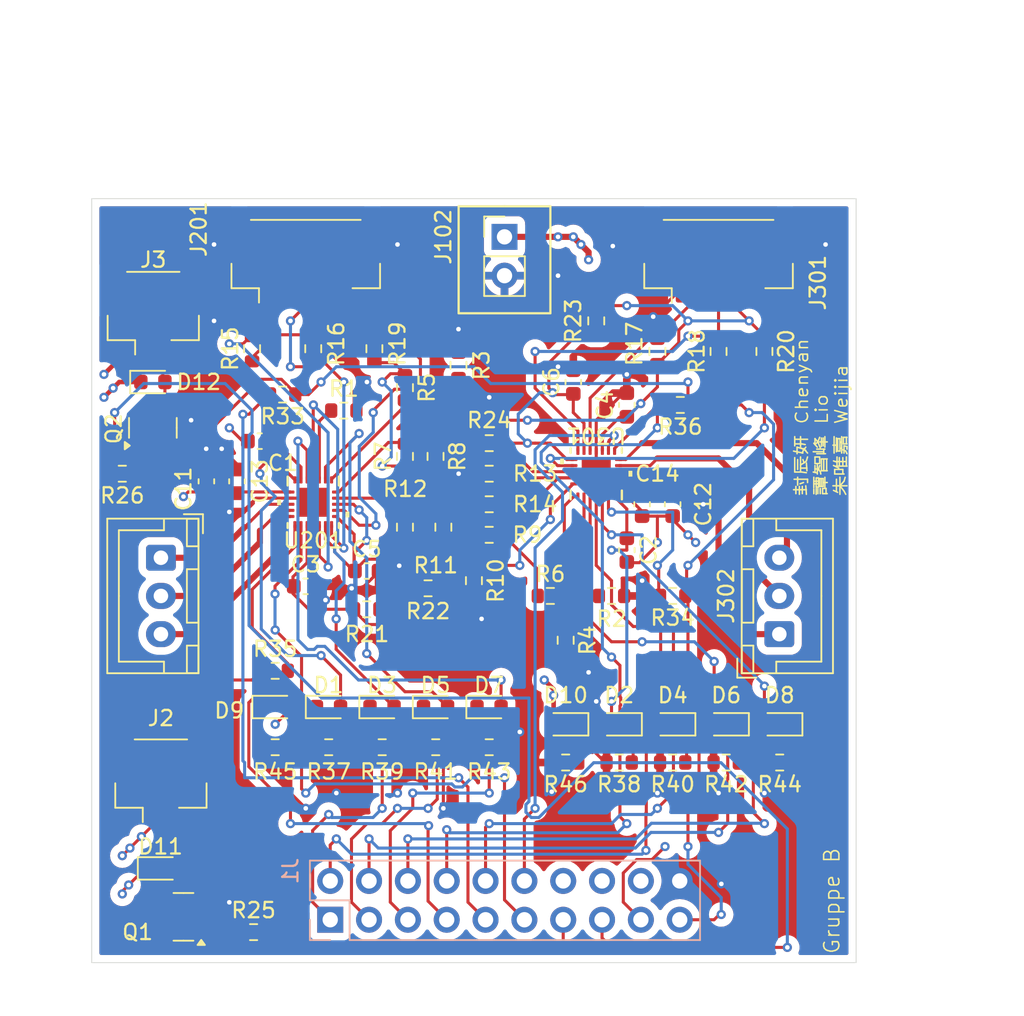
<source format=kicad_pcb>
(kicad_pcb (version 20240108) (generator "pcbnew") (generator_version "8.0")
  (layers (0 "F.Cu" signal) (1 "In1.Cu" signal) (2 "In2.Cu" signal) (31 "B.Cu" signal) (34 "B.Paste" user) (35 "F.Paste" user) (36 "B.SilkS" user "B.Silkscreen") (37 "F.SilkS" user "F.Silkscreen") (38 "B.Mask" user) (39 "F.Mask" user) (44 "Edge.Cuts" user))
  (net 0 "")
  (net 1 "/Left Driver/CP")
  (net 2 "+6V")
  (net 3 "/Right Driver/CP")
  (net 4 "GND")
  (net 5 "/Left Driver/+5V")
  (net 6 "/Right Driver/+5V")
  (net 7 "/Left Driver/HNA")
  (net 8 "Net-(D1-K)")
  (net 9 "/Right Driver/HNA")
  (net 10 "Net-(D2-K)")
  (net 11 "Net-(D3-K)")
  (net 12 "Net-(D4-K)")
  (net 13 "Net-(D5-K)")
  (net 14 "Net-(D6-K)")
  (net 15 "/M2_TACHO")
  (net 17 "/M1_BRAKE")
  (net 18 "/M1_PWM")
  (net 19 "+3V3")
  (net 21 "/~{M1_SLEEP}")
  (net 22 "/M2_PWM")
  (net 23 "/~{M2_SLEEP}")
  (net 24 "/M2_DIR")
  (net 25 "/M1_DIR")
  (net 26 "/M2_FAULT")
  (net 28 "/M1_TACHO")
  (net 29 "/M2_BRAKE")
  (net 30 "/M1_FAULT")
  (net 31 "/Left Driver/HALL_W")
  (net 32 "/Left Driver/HALL_V")
  (net 33 "/Left Driver/HALL_U")
  (net 34 "/Left Driver/U")
  (net 35 "/Left Driver/V")
  (net 36 "/Left Driver/W")
  (net 37 "/Right Driver/HALL_U")
  (net 38 "/Right Driver/HALL_V")
  (net 39 "/Right Driver/HALL_W")
  (net 40 "/Right Driver/W")
  (net 41 "/Right Driver/V")
  (net 42 "/Right Driver/U")
  (net 43 "/Left Driver/ILIM")
  (net 44 "/Right Driver/ILIM")
  (net 45 "/Left Driver/ADVANCE")
  (net 46 "/Right Driver/ADVANCE")
  (net 47 "/Left Driver/FGSEL")
  (net 48 "/Right Driver/FGSEL")
  (net 49 "/Left Driver/MODE")
  (net 50 "/Right Driver/MODE")
  (net 51 "Net-(D7-K)")
  (net 52 "Net-(D8-K)")
  (net 53 "Net-(D9-K)")
  (net 54 "Net-(D10-K)")
  (net 55 "Net-(D11-A)")
  (net 56 "Net-(D12-A)")
  (net 57 "Net-(Q1-G)")
  (net 58 "Net-(Q2-G)")
  (net 59 "/WAVEARM_PWM_2")
  (net 60 "/WAVEARM_PWM_1")
  (footprint "Resistor_SMD:R_0603_1608Metric" (layer "F.Cu") (at 151.4887 69.87)
    (property "Reference" "R1")
    (property "Value" "10k")
  )
  (footprint "Resistor_SMD:R_0603_1608Metric" (layer "F.Cu") (at 166 84.9 -90)
    (property "Reference" "R4")
    (property "Value" "100k")
  )
  (footprint "Capacitor_SMD:C_0603_1608Metric" (layer "F.Cu") (at 145.9887 71.87 180)
    (property "Reference" "C1")
    (property "Value" "0u22")
  )
  (footprint "Connector_JST:JST_GH_BM02B-GHS-TBT_1x02-1MP_P1.25mm_Vertical" (layer "F.Cu") (at 139.525 94)
    (property "Reference" "J2")
    (property "Value" "Conn_01x02")
  )
  (footprint "Diode_SMD:D_0603_1608Metric" (layer "F.Cu") (at 176.5 90.4 180)
    (property "Reference" "D6")
    (property "Value" "LED")
  )
  (footprint "Resistor_SMD:R_0603_1608Metric" (layer "F.Cu") (at 169 82)
    (property "Reference" "R2")
    (property "Value" "10k")
  )
  (footprint "Resistor_SMD:R_0603_1608Metric" (layer "F.Cu") (at 153.4887 65.82 90)
    (property "Reference" "R19")
    (property "Value" "1k")
  )
  (footprint "Resistor_SMD:R_0603_1608Metric" (layer "F.Cu") (at 158 77.5 90)
    (property "Reference" "R11")
    (property "Value" "100k")
  )
  (footprint "Diode_SMD:D_0603_1608Metric" (layer "F.Cu") (at 180 90.4 180)
    (property "Reference" "D8")
    (property "Value" "LED")
  )
  (footprint "Resistor_SMD:R_0603_1608Metric" (layer "F.Cu") (at 147.4887 68.82 180)
    (property "Reference" "R33")
    (property "Value" "5.1k")
  )
  (footprint "Resistor_SMD:R_0603_1608Metric" (layer "F.Cu") (at 157.5 91.9)
    (property "Reference" "R41")
    (property "Value" "1k")
  )
  (footprint "Diode_SMD:D_0603_1608Metric" (layer "F.Cu") (at 169.5 90.4 180)
    (property "Reference" "D2")
    (property "Value" "LED")
  )
  (footprint "Resistor_SMD:R_0603_1608Metric" (layer "F.Cu") (at 161 76)
    (property "Reference" "R13")
    (property "Value" "100k")
  )
  (footprint "Resistor_SMD:R_0603_1608Metric" (layer "F.Cu") (at 155.4887 68.37 -90)
    (property "Reference" "R5")
    (property "Value" "100k")
  )
  (footprint "Diode_SMD:D_0603_1608Metric" (layer "F.Cu") (at 157.4887 89.27)
    (property "Reference" "D5")
    (property "Value" "LED")
  )
  (footprint "Resistor_SMD:R_0603_1608Metric" (layer "F.Cu") (at 158.9887 66.9125 90)
    (property "Reference" "R3")
    (property "Value" "100k")
  )
  (footprint "Resistor_SMD:R_0603_1608Metric" (layer "F.Cu") (at 152.9887 82.87)
    (property "Reference" "R21")
    (property "Value" "1k")
  )
  (footprint "Resistor_SMD:R_0603_1608Metric" (layer "F.Cu") (at 161 74 180)
    (property "Reference" "R14")
    (property "Value" "100k")
  )
  (footprint "Resistor_SMD:R_0603_1608Metric" (layer "F.Cu") (at 176 66 90)
    (property "Reference" "R18")
    (property "Value" "1k")
  )
  (footprint "Resistor_SMD:R_0603_1608Metric" (layer "F.Cu") (at 173.5 69.5 180)
    (property "Reference" "R36")
    (property "Value" "5.1k")
  )
  (footprint "Resistor_SMD:R_0603_1608Metric" (layer "F.Cu") (at 149.4887 65.82 -90)
    (property "Reference" "R16")
    (property "Value" "1k")
  )
  (footprint "Resistor_SMD:R_0603_1608Metric" (layer "F.Cu") (at 155.4887 77.5 -90)
    (property "Reference" "R12")
    (property "Value" "100k")
  )
  (footprint "Resistor_SMD:R_0603_1608Metric" (layer "F.Cu") (at 161 78 180)
    (property "Reference" "R9")
    (property "Value" "100k")
  )
  (footprint "Resistor_SMD:R_0603_1608Metric" (layer "F.Cu") (at 169.5 92.9 180)
    (property "Reference" "R38")
    (property "Value" "1k")
  )
  (footprint "Connector_JST:JST_XH_B3B-XH-A_1x03_P2.50mm_Vertical" (layer "F.Cu") (at 179.975 84.5 90)
    (property "Reference" "J302")
    (property "Value" "Motor")
  )
  (footprint "Resistor_SMD:R_0603_1608Metric" (layer "F.Cu") (at 161 72 180)
    (property "Reference" "R24")
    (property "Value" "1k")
  )
  (footprint "Capacitor_SMD:C_0603_1608Metric" (layer "F.Cu") (at 152.9887 80.37)
    (property "Reference" "C5")
    (property "Value" "1n")
  )
  (footprint "Capacitor_SMD:C_0603_1608Metric" (layer "F.Cu") (at 171 76 -90)
    (property "Reference" "C14")
    (property "Value" "0u1")
  )
  (footprint "Diode_SMD:D_0603_1608Metric" (layer "F.Cu") (at 146.9887 89.27)
    (property "Reference" "D9")
    (property "Value" "LED")
  )
  (footprint "Resistor_SMD:R_0603_1608Metric" (layer "F.Cu") (at 147 91.9)
    (property "Reference" "R45")
    (property "Value" "1k")
  )
  (footprint "Resistor_SMD:R_0603_1608Metric" (layer "F.Cu") (at 157.4887 72.87 -90)
    (property "Reference" "R8")
    (property "Value" "100k")
  )
  (footprint "Resistor_SMD:R_0603_1608Metric" (layer "F.Cu") (at 161 91.9)
    (property "Reference" "R43")
    (property "Value" "1k")
  )
  (footprint "Capacitor_SMD:C_0603_1608Metric" (layer "F.Cu") (at 170 69.5 90)
    (property "Reference" "C4")
    (property "Value" "2u2")
  )
  (footprint "Diode_SMD:D_0603_1608Metric" (layer "F.Cu") (at 150.4887 89.27)
    (property "Reference" "D1")
    (property "Value" "LED")
  )
  (footprint "Diode_SMD:D_0603_1608Metric" (layer "F.Cu") (at 160.9887 89.27)
    (property "Reference" "D7")
    (property "Value" "LED")
  )
  (footprint "Capacitor_SMD:C_0603_1608Metric" (layer "F.Cu") (at 142.5 74.5 -90)
    (property "Reference" "C11")
    (property "Value" "10u")
  )
  (footprint "Diode_SMD:D_0603_1608Metric" (layer "F.Cu") (at 139 68)
    (property "Reference" "D12")
    (property "Value" "~")
  )
  (footprint "Connector_JST:JST_XH_B3B-XH-A_1x03_P2.50mm_Vertical" (layer "F.Cu") (at 139.525 79.5 -90)
    (property "Reference" "J202" (hide yes))
    (property "Value" "Motor")
  )
  (footprint "Resistor_SMD:R_0603_1608Metric" (layer "F.Cu") (at 176.5 92.9 180)
    (property "Reference" "R42")
    (property "Value" "1k")
  )
  (footprint "Package_TO_SOT_SMD:SOT-23" (layer "F.Cu") (at 141 103 180)
    (property "Reference" "Q1")
    (property "Value" "BSS138")
  )
  (footprint "Resistor_SMD:R_0603_1608Metric" (layer "F.Cu") (at 155.4887 72.87 90)
    (property "Reference" "R7")
    (property "Value" "100k")
  )
  (footprint "custom_footprints:2-Pin_PSK" (layer "F.Cu") (at 162 58.5)
    (property "Reference" "J102")
    (property "Value" "Conn_01x02")
  )
  (footprint "Capacitor_SMD:C_0603_1608Metric" (layer "F.Cu") (at 173 76 -90)
    (property "Reference" "C12")
    (property "Value" "10u")
  )
  (footprint "Diode_SMD:D_0603_1608Metric" (layer "F.Cu") (at 173 90.4 180)
    (property "Reference" "D4")
    (property "Value" "LED")
  )
  (footprint "Resistor_SMD:R_0603_1608Metric" (layer "F.Cu") (at 145.4887 65.82 90)
    (property "Reference" "R15")
    (property "Value" "1k")
  )
  (footprint "Diode_SMD:D_0603_1608Metric" (layer "F.Cu") (at 153.9887 89.27)
    (property "Reference" "D3")
    (property "Value" "LED")
  )
  (footprint "Resistor_SMD:R_0603_1608Metric" (layer "F.Cu") (at 145.5875 104)
    (property "Reference" "R25")
    (property "Value" "10")
  )
  (footprint "Capacitor_SMD:C_0603_1608Metric" (layer "F.Cu") (at 144.5 74.5 -90)
    (property "Reference" "C13")
    (property "Value" "0u1")
  )
  (footprint "Capacitor_SMD:C_0603_1608Metric" (layer "F.Cu") (at 166.5 68 90)
    (property "Reference" "C6")
    (property "Value" "1n")
  )
  (footprint "Connector_JST:JST_GH_BM05B-GHS-TBT_1x05-1MP_P1.25mm_Vertical" (layer "F.Cu") (at 176 60)
    (property "Reference" "J301")
    (property "Value" "Hall")
  )
  (footprint "Resistor_SMD:R_0603_1608Metric" (layer "F.Cu") (at 160 81 -90)
    (property "Reference" "R10")
    (property "Value" "100k")
  )
  (footprint "Resistor_SMD:R_0603_1608Metric" (layer "F.Cu") (at 180 92.9 180)
    (property "Reference" "R44")
    (property "Value" "1k")
  )
  (footprint "custom_footprints:WQFN24_RRW_TEX_new" (layer "F.Cu") (at 168 74 90)
    (property "Reference" "U301")
    (property "Value" "MCT8314ZH")
  )
  (footprint "Resistor_SMD:R_0603_1608Metric" (layer "F.Cu") (at 147 86.9)
    (property "Reference" "R35")
    (property "Value" "5.1k")
  )
  (footprint "Resistor_SMD:R_0603_1608Metric" (layer "F.Cu") (at 137 74 180)
    (property "Reference" "R26")
    (property "Value" "10")
  )
  (footprint "Capacitor_SMD:C_0603_1608Metric" (layer "F.Cu") (at 170 79 -90)
    (property "Reference" "C2")
    (property "Value" "0u22")
  )
  (footprint "Resistor_SMD:R_0603_1608Metric" (layer "F.Cu") (at 172 66 90)
    (property "Reference" "R17")
    (property "Value" "1k")
  )
  (footprint "Capacitor_SMD:C_0603_1608Metric" (layer "F.Cu") (at 148.9887 81.37)
    (property "Reference" "C3")
    (property "Value" "2u2")
  )
  (footprint "Resistor_SMD:R_0603_1608Metric" (layer "F.Cu") (at 166 92.9 180)
    (property "Reference" "R46")
    (property "Value" "1k")
  )
  (footprint "Resistor_SMD:R_0603_1608Metric" (layer "F.Cu") (at 168 64 -90)
    (property "Reference" "R23")
    (property "Value" "1k")
  )
  (footprint "Resistor_SMD:R_0603_1608Metric" (layer "F.Cu") (at 179 66 -90)
    (property "Reference" "R20")
    (property "Value" "1k")
  )
  (footprint "custom_footprints:WQFN24_RRW_TEX_new" (layer "F.Cu") (at 149.4887 75.87 -90)
    (property "Reference" "U201")
    (property "Value" "MCT8314ZH")
  )
  (footprint "Resistor_SMD:R_0603_1608Metric" (layer "F.Cu") (at 165 82)
    (property "Reference" "R6")
    (property "Value" "100k")
  )
  (footprint "Diode_SMD:D_0603_1608Metric" (layer "F.Cu") (at 166 90.4 180)
    (property "Reference" "D10")
    (property "Value" "LED")
  )
  (footprint "Resistor_SMD:R_0603_1608Metric" (layer "F.Cu") (at 173 82 180)
    (property "Reference" "R34")
    (property "Value" "5.1k")
  )
  (footprint "Package_TO_SOT_SMD:SOT-23" (layer "F.Cu") (at 139 71 90)
    (property "Reference" "Q2")
    (property "Value" "BSS138")
  )
  (footprint "Connector_JST:JST_GH_BM05B-GHS-TBT_1x05-1MP_P1.25mm_Vertical" (layer "F.Cu") (at 149 60)
    (property "Reference" "J201")
    (property "Value" "Hall")
  )
  (footprint "Resistor_SMD:R_0603_1608Metric" (layer "F.Cu") (at 173 92.9 180)
    (property "Reference" "R40")
    (property "Value" "1k")
  )
  (footprint "Resistor_SMD:R_0603_1608Metric" (layer "F.Cu") (at 157 81.5)
    (property "Reference" "R22")
    (property "Value" "1k")
  )
  (footprint "Resistor_SMD:R_0603_1608Metric" (layer "F.Cu") (at 150.5 91.9)
    (property "Reference" "R37")
    (property "Value" "1k")
  )
  (footprint "Connector_JST:JST_GH_BM02B-GHS-TBT_1x02-1MP_P1.25mm_Vertical" (layer "F.Cu") (at 139.025 63.4)
    (property "Reference" "J3")
    (property "Value" "Conn_01x02")
  )
  (footprint "Resistor_SMD:R_0603_1608Metric" (layer "F.Cu") (at 154 91.9)
    (property "Reference" "R39")
    (property "Value" "1k")
  )
  (footprint "Diode_SMD:D_0603_1608Metric" (layer "F.Cu") (at 139.5 99.83)
    (property "Reference" "D11")
    (property "Value" "~")
  )
  (footprint "Connector_PinSocket_2.54mm:PinSocket_2x10_P2.54mm_Vertical" (layer "B.Cu") (at 150.6 103.19 -90)
    (property "Reference" "J1")
    (property "Value" "Conn_02x10_Odd_Even")
  )
  (gr_line (start 185 56) (end 135 56) (stroke (width 0.05)) (layer "Edge.Cuts"))
  (gr_line (start 135 106) (end 135 56) (stroke (width 0.05)) (layer "Edge.Cuts"))
  (gr_line (start 185 106) (end 185 56) (stroke (width 0.05)) (layer "Edge.Cuts"))
  (gr_line (start 135 106) (end 185 106) (stroke (width 0.05)) (layer "Edge.Cuts"))
  (gr_text "Gruppe B" (at 184 105.5 90) (layer "F.SilkS") (effects (font (size 1 1) (thickness 0.1)) (justify left bottom)))
  (gr_text "封辰妍 Chenyan\n譚智峰 Lio\n朱唯嘉 Weijia" (at 184.5 75.5 90) (layer "F.SilkS") (effects (font (size 0.8 0.9) (thickness 0.1)) (justify left bottom)))
  (segment (start 146 74) (end 146 73.6437) (width 0.2) (layer "F.Cu") (net 1))
  (segment (start 151.2762 89.27) (end 151.2762 87.1762) (width 0.2) (layer "F.Cu") (net 1))
  (segment (start 151.2762 87.1762) (end 150 85.9) (width 0.2) (layer "F.Cu") (net 1))
  (segment (start 148.2887 74.405) (end 146.7637 72.88) (width 0.2) (layer "F.Cu") (net 1))
  (segment (start 146.7637 72.88) (end 146.7637 71.87) (width 0.2) (layer "F.Cu") (net 1))
  (segment (start 146 73.6437) (end 146.7637 72.88) (width 0.2) (layer "F.Cu") (net 1))
  (via (at 150 85.9) (size 0.6) (drill 0.3) (layers "F.Cu" "B.Cu") (net 1))
  (via (at 146 74) (size 0.6) (drill 0.3) (layers "F.Cu" "B.Cu") (net 1))
  (segment (start 150 85.9) (end 147.821642 85.9) (width 0.2) (layer "B.Cu") (net 1))
  (segment (start 146.0887 74.5887) (end 147 75.5) (width 0.2) (layer "B.Cu") (net 1))
  (segment (start 146.0887 76.4113) (end 146.0887 84.167058) (width 0.2) (layer "B.Cu") (net 1))
  (segment (start 147 75.5) (end 146.0887 76.4113) (width 0.2) (layer "B.Cu") (net 1))
  (segment (start 146.0887 74.0887) (end 146.0887 74.5887) (width 0.2) (layer "B.Cu") (net 1))
  (segment (start 147.821642 85.9) (end 146.0887 84.167058) (width 0.2) (layer "B.Cu") (net 1))
  (segment (start 146 74) (end 146.0887 74.0887) (width 0.2) (layer "B.Cu") (net 1))
  (segment (start 145.13 71.87) (end 145 72) (width 0.2) (layer "F.Cu") (net 2))
  (segment (start 165.2125 88.1125) (end 165.2125 88.5) (width 0.2) (layer "F.Cu") (net 2))
  (segment (start 137.415 100.915) (end 138.5 99.83) (width 0.2) (layer "F.Cu") (net 2))
  (segment (start 172 78.65) (end 170.825 79.825) (width 0.2) (layer "F.Cu") (net 2))
  (segment (start 164.6 87.5) (end 165.2125 88.1125) (width 0.3) (layer "F.Cu") (net 2))
  (segment (start 137 101.33) (end 137.415 100.915) (width 0.2) (layer "F.Cu") (net 2))
  (segment (start 135.8 69) (end 136.4 68.4) (width 0.3) (layer "F.Cu") (net 2))
  (segment (start 145.1637 71.87) (end 144.87 71.87) (width 0.2) (layer "F.Cu") (net 2))
  (segment (start 147.972401 75.195) (end 147.9774 75.199999) (width 0.2) (layer "F.Cu") (net 2))
  (segment (start 171 76.825) (end 171 76.4625) (width 0.2) (layer "F.Cu") (net 2))
  (segment (start 138.25 97.75) (end 138.9 97.1) (width 0.2) (layer "F.Cu") (net 2))
  (segment (start 138.4 66.5) (end 138.4 65.35) (width 0.2) (layer "F.Cu") (net 2))
  (segment (start 169.77 100.13) (end 170.65 99.25) (width 0.2) (layer "F.Cu") (net 2))
  (segment (start 137 101.5) (end 137 101.33) (width 0.2) (layer "F.Cu") (net 2))
  (segment (start 172.775 76.775) (end 171.05 76.775) (width 0.2) (layer "F.Cu") (net 2))
  (segment (start 136.8 66.5) (end 138.4 66.5) (width 0.3) (layer "F.Cu") (net 2))
  (segment (start 171.65 99.25) (end 172.5 98.4) (width 0.2) (layer "F.Cu") (net 2))
  (segment (start 166.5 58.5) (end 167 59) (width 0.4) (layer "F.Cu") (net 2))
  (segment (start 171.05 76.775) (end 171 76.825) (width 0.2) (layer "F.Cu") (net 2))
  (segment (start 172 78.5) (end 172 78.65) (width 0.2) (layer "F.Cu") (net 2))
  (segment (start 135.8 67.5) (end 136.8 66.5) (width 0.3) (layer "F.Cu") (net 2))
  (segment (start 165.2125 88.5) (end 165.2125 90.4) (width 0.3) (layer "F.Cu") (net 2))
  (segment (start 142.4887 75.195) (end 141.305 75.195) (width 0.2) (layer "F.Cu") (net 2))
  (segment (start 174 78) (end 172.775 76.775) (width 0.2) (layer "F.Cu") (net 2))
  (segment (start 172 78.5) (end 172 76.775) (width 0.2) (layer "F.Cu") (net 2))
  (segment (start 170.825 79.825) (end 170 79.825) (width 0.2) (layer "F.Cu") (net 2))
  (segment (start 165.5 58.5) (end 166.5 58.5) (width 0.4) (layer "F.Cu") (net 2))
  (segment (start 136.4 68.4) (end 136.8 68) (width 0.3) (layer "F.Cu") (net 2))
  (segment (start 169.5113 74.9738) (end 169.5113 74.670001) (width 0.2) (layer "F.Cu") (net 2))
  (segment (start 147.7762 89.27) (end 147.7762 89.6238) (width 0.2) (layer "F.Cu") (net 2))
  (segment (start 167 59) (end 167.5 59.5) (width 0.4) (layer "F.Cu") (net 2))
  (segment (start 167.5 59.5) (end 167.5 60) (width 0.4) (layer "F.Cu") (net 2))
  (segment (start 144.4887 75.195) (end 147.972401 75.195) (width 0.2) (layer "F.Cu") (net 2))
  (segment (start 170.92 103.19) (end 169.77 102.04) (width 0.2) (layer "F.Cu") (net 2))
  (segment (start 137 99) (end 137.5 98.5) (width 0.2) (layer "F.Cu") (net 2))
  (segment (start 147.7762 89.6238) (end 147 90.4) (width 0.2) (layer "F.Cu") (net 2))
  (segment (start 171 76.4625) (end 169.5113 74.9738) (width 0.2) (layer "F.Cu") (net 2))
  (segment (start 142.4887 75.195) (end 144.4887 75.195) (width 0.2) (layer "F.Cu") (net 2))
  (segment (start 138.9 97.1) (end 138.9 95.95) (width 0.2) (layer "F.Cu") (net 2))
  (segment (start 138.4 67.8125) (end 138.2125 68) (width 0.2) (layer "F.Cu") (net 2))
  (segment (start 141.305 75.195) (end 141 75.5) (width 0.2) (layer "F.Cu") (net 2))
  (segment (start 162 58.5) (end 165.5 58.5) (width 0.4) (layer "F.Cu") (net 2))
  (segment (start 136.8 68) (end 138.2125 68) (width 0.3) (layer "F.Cu") (net 2))
  (segment (start 169.77 102.04) (end 169.77 100.13) (width 0.2) (layer "F.Cu") (net 2))
  (segment (start 170.65 99.25) (end 171.65 99.25) (width 0.2) (layer "F.Cu") (net 2))
  (segment (start 174.5 78.5) (end 174 78) (width 0.2) (layer "F.Cu") (net 2))
  (segment (start 144.87 71.87) (end 144 71) (width 0.2) (layer "F.Cu") (net 2))
  (segment (start 137.5 98.5) (end 138.25 97.75) (width 0.2) (layer "F.Cu") (net 2))
  (via (at 174.5 78.5) (size 0.6) (drill 0.3) (layers "F.Cu" "B.Cu") (net 2))
  (via (at 172.5 98.4) (size 0.6) (drill 0.3) (layers "F.Cu" "B.Cu") (net 2))
  (via (at 164.6 87.5) (size 0.6) (drill 0.3) (layers "F.Cu" "B.Cu") (net 2))
  (via (at 137.5 98.5) (size 0.6) (drill 0.3) (layers "F.Cu" "B.Cu") (net 2))
  (via (at 136.4 68.4) (size 0.6) (drill 0.3) (layers "F.Cu" "B.Cu") (net 2))
  (via (at 165.5 58.5) (size 0.6) (drill 0.3) (layers "F.Cu" "B.Cu") (net 2))
  (via (at 166.5 58.5) (size 0.6) (drill 0.3) (layers "F.Cu" "B.Cu") (net 2))
  (via (at 172 78.5) (size 0.6) (drill 0.3) (layers "F.Cu" "B.Cu") (net 2))
  (via (at 137 99) (size 0.6) (drill 0.3) (layers "F.Cu" "B.Cu") (net 2))
  (via (at 167.5 60) (size 0.6) (drill 0.3) (layers "F.Cu" "B.Cu") (net 2))
  (via (at 137 101.5) (size 0.6) (drill 0.3) (layers "F.Cu" "B.Cu") (net 2))
  (via (at 144 71) (size 0.6) (drill 0.3) (layers "F.Cu" "B.Cu") (net 2))
  (via (at 147 90.4) (size 0.6) (drill 0.3) (layers "F.Cu" "B.Cu") (net 2))
  (via (at 135.8 67.5) (size 0.6) (drill 0.3) (layers "F.Cu" "B.Cu") (net 2))
  (via (at 138.25 97.75) (size 0.6) (drill 0.3) (layers "F.Cu" "B.Cu") (net 2))
  (via (at 167 59) (size 0.6) (drill 0.3) (layers "F.Cu" "B.Cu") (net 2))
  (via (at 141 75.5) (size 0.6) (drill 0.3) (layers "F.Cu" "B.Cu") (net 2))
  (via (at 137.415 100.915) (size 0.6) (drill 0.3) (layers "F.Cu" "B.Cu") (net 2))
  (via (at 165.2125 88.5) (size 0.6) (drill 0.3) (layers "F.Cu" "B.Cu") (net 2))
  (via (at 135.8 69) (size 0.6) (drill 0.3) (layers "F.Cu" "B.Cu") (net 2))
  (via (at 174 78) (size 0.6) (drill 0.3) (layers "F.Cu" "B.Cu") (net 2))
  (segment (start 169 88.9) (end 169 90.1125) (width 0.2) (layer "F.Cu") (net 3))
  (segment (start 169 90.1125) (end 168.7125 90.4) (width 0.2) (layer "F.Cu") (net 3))
  (segment (start 169.2 75.5113) (end 170 76.3113) (width 0.2) (layer "F.Cu") (net 3))
  (segment (start 170 76.3113) (end 170 78.225) (width 0.2) (layer "F.Cu") (net 3))
  (segment (start 170 78.225) (end 170 79) (width 0.2) (layer "F.Cu") (net 3))
  (segment (start 170 79) (end 169 79) (width 0.2) (layer "F.Cu") (net 3))
  (via (at 169 79) (size 0.6) (drill 0.3) (layers "F.Cu" "B.Cu") (net 3))
  (via (at 169 88.9) (size 0.6) (drill 0.3) (layers "F.Cu" "B.Cu") (net 3))
  (segment (start 169 79) (end 169.5 79) (width 0.2) (layer "B.Cu") (net 3))
  (segment (start 170 79.5) (end 170 87.9) (width 0.2) (layer "B.Cu") (net 3))
  (segment (start 169.5 79) (end 170 79.5) (width 0.2) (layer "B.Cu") (net 3))
  (segment (start 170 87.9) (end 169 88.9) (width 0.2) (layer "B.Cu") (net 3))
  (segment (start 171 81) (end 171 81.565686) (width 0.2) (layer "F.Cu") (net 4))
  (segment (start 166 85.8125) (end 166.3125 85.8125) (width 0.2) (layer "F.Cu") (net 4))
  (segment (start 146.5 61.95) (end 144.45 64) (width 0.2) (layer "F.Cu") (net 4))
  (segment (start 148.0237 75.6) (end 149.2187 75.6) (width 0.2) (layer "F.Cu") (net 4))
  (segment (start 160 83) (end 160.5 83.5) (width 0.2) (layer "F.Cu") (net 4))
  (segment (start 169.825 68.675) (end 170 68.675) (width 0.2) (layer "F.Cu") (net 4))
  (segment (start 143.5 72.37) (end 144.4887 73.3587) (width 0.2) (layer "F.Cu") (net 4))
  (segment (start 159 74) (end 157.7062 74) (width 0.2) (layer "F.Cu") (net 4))
  (segment (start 141.5 70.5) (end 140.0625 71.9375) (width 0.2) (layer "F.Cu") (net 4))
  (segment (start 175.5875 94.4875) (end 176 94.9) (width 0.2) (layer "F.Cu") (net 4))
  (segment (start 171 81.565686) (end 170.565686 82) (width 0.2) (layer "F.Cu") (net 4))
  (segment (start 152.6837 81.5) (end 152 81.5) (width 0.2) (layer "F.Cu") (net 4))
  (segment (start 155.4887 79.5113) (end 155 80) (width 0.2) (layer "F.Cu") (net 4))
  (segment (start 142.4887 73.545) (end 142.4887 72.37) (width 0.2) (layer "F.Cu") (net 4))
  (segment (start 173.46 100.65) (end 175.75 100.65) (width 0.2) (layer "F.Cu") (net 4))
  (segment (start 161.9125 91.9) (end 162 91.9) (width 0.2) (layer "F.Cu") (net 4))
  (segment (start 168 70.5) (end 169.825 68.675) (width 0.2) (layer "F.Cu") (net 4))
  (segment (start 152.4012 68.5988) (end 153 68) (width 0.2) (layer "F.Cu") (net 4))
  (segment (start 173 75.225) (end 172.044999 74.269999) (width 0.2) (layer "F.Cu") (net 4))
  (segment (start 166.3125 85.8125) (end 167.5 87) (width 0.2) (layer "F.Cu") (net 4))
  (segment (start 149.4887 81.045) (end 149.8137 81.37) (width 0.2) (layer "F.Cu") (net 4))
  (segment (start 152.4012 69.87) (end 152.4012 68.5988) (width 0.2) (layer "F.Cu") (net 4))
  (segment (start 182.6 58.6) (end 183 59) (width 0.2) (layer "F.Cu") (net 4))
  (segment (start 144.45 64) (end 143 64) (width 0.2) (layer "F.Cu") (net 4))
  (segment (start 145.758699 75.600001) (end 145.4887 75.87) (width 0.2) (layer "F.Cu") (net 4))
  (segment (start 145.4887 75.87) (end 144.8587 76.5) (width 0.2) (layer "F.Cu") (net 4))
  (segment (start 175.5875 92.9) (end 175.5875 94.4875) (width 0.2) (layer "F.Cu") (net 4))
  (segment (start 168.27 74.27) (end 168 74) (width 0.2) (layer "F.Cu") (net 4))
  (segment (start 151.4125 94.4875) (end 151 94.9) (width 0.2) (layer "F.Cu") (net 4))
  (segment (start 172 94.9) (end 172.0875 94.8125) (width 0.2) (layer "F.Cu") (net 4))
  (segment (start 160.0875 74) (end 160.0875 72) (width 0.2) (layer "F.Cu") (net 4))
  (segment (start 168 74) (end 168 72.535) (width 0.2) (layer "F.Cu") (net 4))
  (segment (start 171.65 58.6) (end 169.4 58.6) (width 0.2) (layer "F.Cu") (net 4))
  (segment (start 147.9125 94.8125) (end 149 95.9) (width 0.2) (layer "F.Cu") (net 4))
  (segment (start 167.975 92.2875) (end 167.975 88.925) (width 0.2) (layer "F.Cu") (net 4))
  (segment (start 154.9125 94.8125) (end 155 94.9) (width 0.2) (layer "F.Cu") (net 4))
  (segment (start 149.4887 77.3813) (end 149.4887 81.045) (width 0.2) (layer "F.Cu") (net 4))
  (segment (start 147.9774 75.600001) (end 145.758699 75.600001) (width 0.2) (layer "F.Cu") (net 4))
  (segment (start 168.5875 92.9) (end 167.975 92.2875) (width 0.2) (layer "F.Cu") (net 4))
  (segment (start 165.675 67.175) (end 165.5 67) (width 0.2) (layer "F.Cu") (net 4))
  (segment (start 151.4125 91.9) (end 151.4125 94.4875) (width 0.2) (layer "F.Cu") (net 4))
  (segment (start 149.4887 75.87) (end 149.4887 77.335) (width 0.2) (layer "F.Cu") (net 4))
  (segment (start 153.35 58.6) (end 154.6 58.6) (width 0.2) (layer "F.Cu") (net 4))
  (segment (start 168 72.4887) (end 168 70.5) (width 0.2) (layer "F.Cu") (net 4))
  (segment (start 160.0875 69.9125) (end 160.0875 72) (width 0.2) (layer "F.Cu") (net 4))
  (segment (start 166.5 67.175) (end 165.675 67.175) (width 0.2) (layer "F.Cu") (net 4))
  (segment (start 158.9887 64.5425) (end 158.9887 65.87) (width 0.2) (layer "F.Cu") (net 4))
  (segment (start 154.9125 91.9) (end 154.9125 94.8125) (width 0.2) (layer "F.Cu") (net 4))
  (segment (start 144.65 58.6) (end 143.4 58.6) (width 0.2) (layer "F.Cu") (net 4))
  (segment (start 179.0875 92.9) (end 179 94.9) (width 0.2) (layer "F.Cu") (net 4))
  (segment (start 149.2187 75.6) (end 149.4887 75.87) (width 0.2) (layer "F.Cu") (net 4))
  (segment (start 160 81.9125) (end 160 83) (width 0.2) (layer "F.Cu") (net 4))
  (segment (start 172.044999 74.269999) (end 169.5113 74.269999) (width 0.2) (layer "F.Cu") (net 4))
  (segment (start 180.35 58.6) (end 182.6 58.6) (width 0.2) (layer "F.Cu") (net 4))
  (segment (start 159.2712 72) (end 160.0875 72) (width 0.2) (layer "F.Cu") (net 4))
  (segment (start 160 81.9125) (end 159.5875 81.5) (width 0.2) (layer "F.Cu") (net 4))
  (segment (start 140.0625 71.9375) (end 139.95 71.9375) (width 0.2) (layer "F.Cu") (net 4))
  (segment (start 172.0875 92.9) (end 172 94.9) (width 0.2) (layer "F.Cu") (net 4))
  (segment (start 157.7062 74) (end 157.4887 73.7825) (width 0.2) (layer "F.Cu") (net 4))
  (segment (start 161 69) (end 160.0875 69.9125) (width 0.2) (layer "F.Cu") (net 4))
  (segment (start 179 94.9) (end 179.0875 94.8125) (width 0.2) (layer "F.Cu") (net 4))
  (segment (start 175 76) (end 174.225 75.225) (width 0.2) (layer "F.Cu") (net 4))
  (segment (start 169.465 74.27) (end 168.27 74.27) (width 0.2) (layer "F.Cu") (net 4))
  (segment (start 149.8137 81.795) (end 150.2887 82.27) (width 0.2) (layer "F.Cu") (net 4))
  (segment (start 171 75.225) (end 173 75.225) (width 0.2) (layer "F.Cu") (net 4))
  (segment (start 144 102.05) (end 141.9375 102.05) (width 0.2) (layer "F.Cu") (net 4))
  (segment (start 147.9125 91.9) (end 147.9125 94.8125) (width 0.2) (layer "F.Cu") (net 4))
  (segment (start 158.4125 91.9) (end 158 92.3125) (width 0.2) (layer "F.Cu") (net 4))
  (segment (start 144.8587 76.5) (end 144 76.5) (width 0.2) (layer "F.Cu") (net 4))
  (segment (start 157.4887 73.7825) (end 159.2712 72) (width 0.2) (layer "F.Cu") (net 4))
  (segment (start 175.75 100.65) (end 176 100.9) (width 0.2) (layer "F.Cu") (net 4))
  (segment (start 149.8137 81.37) (end 149.8137 81.795) (width 0.2) (layer "F.Cu") (net 4))
  (segment (start 165.0875 92.9) (end 165.0875 94.8125) (width 0.2) (layer "F.Cu") (net 4))
  (segment (start 174.225 75.225) (end 173 75.225) (width 0.2) (layer "F.Cu") (net 4))
  (segment (start 159.5875 81.5) (end 157.9125 81.5) (width 0.2) (layer "F.Cu") (net 4))
  (segment (start 173.5 61.95) (end 171.725 63.725) (width 0.2) (layer "F.Cu") (net 4))
  (segment (start 154.6 58.6) (end 155 59) (width 0.2) (layer "F.Cu") (net 4))
  (segment (start 170.565686 82) (end 169.9125 82) (width 0.2) (layer "F.Cu") (net 4))
  (segment (start 169.4 58.6) (end 169 59) (width 0.2) (layer "F.Cu") (net 4))
  (segment (start 162 91.9) (end 163 90.9) (width 0.2) (layer "F.Cu") (net 4))
  (segment (start 167.975 88.925) (end 168 88.9) (width 0.2) (layer "F.Cu") (net 4))
  (segment (start 158 92.3125) (end 158 95.9) (width 0.2) (layer "F.Cu") (net 4))
  (segment (start 143.4 58.6) (end 143 59) (width 0.2) (layer "F.Cu") (net 4))
  (segment (start 165.5 61.04) (end 165.54 61.04) (width 0.2) (layer "F.Cu") (net 4))
  (segment (start 155.4887 78.325) (end 155.4887 79.5113) (width 0.2) (layer "F.Cu") (net 4))
  (segment (start 170 68.675) (end 170 67.5) (width 0.2) (layer "F.Cu") (net 4))
  (segment (start 162 61.04) (end 165.5 61.04) (width 0.2) (layer "F.Cu") (net 4))
  (segment (start 153.8137 80.37) (end 152.6837 81.5) (width 0.2) (layer "F.Cu") (net 4))
  (segment (start 144.4887 73.3587) (end 144.4887 73.545) (width 0.2) (layer "F.Cu") (net 4))
  (via (at 176.182853 100.844108) (size 0.6) (drill 0.3) (layers "F.Cu" "B.Cu") (net 4))
  (via (at 165.5 61.04) (size 0.6) (drill 0.3) (layers "F.Cu" "B.Cu") (net 4))
  (via (at 175 76) (size 0.6) (drill 0.3) (layers "F.Cu" "B.Cu") (net 4))
  (via (at 143 64) (size 0.6) (drill 0.3) (layers "F.Cu" "B.Cu") (net 4))
  (via (at 155 94.9) (size 0.6) (drill 0.3) (layers "F.Cu" "B.Cu") (net 4))
  (via (at 167.5 87) (size 0.6) (drill 0.3) (layers "F.Cu" "B.Cu") (net 4))
  (via (at 160.5 83.5) (size 0.6) (drill 0.3) (layers "F.Cu" "B.Cu") (net 4))
  (via (at 171.725 63.725) (size 0.6) (drill 0.3) (layers "F.Cu" "B.Cu") (net 4))
  (via (at 155.1137 80.023437) (size 0.6) (drill 0.3) (layers "F.Cu" "B.Cu") (net 4))
  (via (at 149 95.9) (size 0.6) (drill 0.3) (layers "F.Cu" "B.Cu") (net 4))
  (via (at 143 59) (size 0.6) (drill 0.3) (layers "F.Cu" "B.Cu") (net 4))
  (via (at 179 94.9) (size 0.6) (drill 0.3) (layers "F.Cu" "B.Cu") (net 4))
  (via (at 143.5 72.37) (size 0.6) (drill 0.3) (layers "F.Cu" "B.Cu") (net 4))
  (via (at 161 69) (size 0.6) (drill 0.3) (layers "F.Cu" "B.Cu") (net 4))
  (via (at 163 90.9) (size 0.6) (drill 0.3) (layers "F.Cu" "B.Cu") (net 4))
  (via (at 155 59) (size 0.6) (drill 0.3) (layers "F.Cu" "B.Cu") (net 4))
  (via (at 176 94.9) (size 0.6) (drill 0.3) (layers "F.Cu" "B.Cu") (net 4))
  (via (at 171 81) (size 0.6) (drill 0.3) (layers "F.Cu" "B.Cu") (net 4))
  (via (at 169.083793 59.10318) (size 0.6) (drill 0.3) (layers "F.Cu" "B.Cu") (net 4))
  (via (at 158.9887 64.5425) (size 0.6) (drill 0.3) (layers "F.Cu" "B.Cu") (net 4))
  (via (at 141.5 70.5) (size 0.6) (drill 0.3) (layers "F.Cu" "B.Cu") (net 4))
  (via (at 153 68) (size 0.6) (drill 0.3) (layers "F.Cu" "B.Cu") (net 4))
  (via (at 168 88.9) (size 0.6) (drill 0.3) (layers "F.Cu" "B.Cu") (net 4))
  (via (at 152 81.5) (size 0.6) (drill 0.3) (layers "F.Cu" "B.Cu") (net 4))
  (via (at 142.4887 72.37) (size 0.6) (drill 0.3) (layers "F.Cu" "B.Cu") (net 4))
  (via (at 183 59) (size 0.6) (drill 0.3) (layers "F.Cu" "B.Cu") (net 4))
  (via (at 159 74) (size 0.6) (drill 0.3) (layers "F.Cu" "B.Cu") (net 4))
  (via (at 151 94.9) (size 0.6) (drill 0.3) (layers "F.Cu" "B.Cu") (net 4))
  (via (at 170 67.5) (size 0.6) (drill 0.3) (layers "F.Cu" "B.Cu") (net 4))
  (via (at 165.0875 94.8125) (size 0.6) (drill 0.3) (layers "F.Cu" "B.Cu") (net 4))
  (via (at 144 76.5) (size 0.6) (drill 0.3) (layers "F.Cu" "B.Cu") (net 4))
  (via (at 144 102.05) (size 0.6) (drill 0.3) (layers "F.Cu" "B.Cu") (net 4))
  (via (at 158 95.9) (size 0.6) (drill 0.3) (layers "F.Cu" "B.Cu") (net 4))
  (via (at 172 94.9) (size 0.6) (drill 0.3) (layers "F.Cu" "B.Cu") (net 4))
  (via (at 165.5 67) (size 0.6) (drill 0.3) (layers "F.Cu" "B.Cu") (net 4))
  (via (at 150.2887 82.27) (size 0.6) (drill 0.3) (layers "F.Cu" "B.Cu") (net 4))
  (segment (start 149.4887 64.9075) (end 150.25 64.1462) (width 0.2) (layer "F.Cu") (net 5))
  (segment (start 155.2062 73.5) (end 156.8512 75.145) (width 0.2) (layer "F.Cu") (net 5))
  (segment (start 146.985944 64.9075) (end 149.4887 64.9075) (width 0.2) (layer "F.Cu") (net 5))
  (segment (start 153.4887 66.7325) (end 154.7637 66.7325) (width 0.2) (layer "F.Cu") (net 5))
  (segment (start 151.6637 64.9075) (end 149.4887 64.9075) (width 0.2) (layer "F.Cu") (net 5))
  (segment (start 148.1637 80.748038) (end 149.088701 79.823037) (width 0.2) (layer "F.Cu") (net 5))
  (segment (start 157.1 79.225) (end 157.1 81.864675) (width 0.2) (layer "F.Cu") (net 5))
  (segment (start 155.4887 67.4575) (end 154.5425 67.4575) (width 0.2) (layer "F.Cu") (net 5))
  (segment (start 155.094675 83.87) (end 153.0762 83.87) (width 0.2) (layer "F.Cu") (net 5))
  (segment (start 153.0762 83.87) (end 152.0762 82.87) (width 0.2) (layer "F.Cu") (net 5))
  (segment (start 159 77.325) (end 157.1 79.225) (width 0.2) (layer "F.Cu") (net 5))
  (segment (start 156.8512 75.145) (end 158.684744 75.145) (width 0.2) (layer "F.Cu") (net 5))
  (segment (start 148.1637 81.845) (end 148.1637 80.748038) (width 0.2) (layer "F.Cu") (net 5))
  (segment (start 149.1887 82.87) (end 148.1637 81.845) (width 0.2) (layer "F.Cu") (net 5))
  (segment (start 154.5425 67.4575) (end 154 68) (width 0.2) (layer "F.Cu") (net 5))
  (segment (start 158.684744 75.145) (end 159 75.460256) (width 0.2) (layer "F.Cu") (net 5))
  (segment (start 159 75.460256) (end 159 77.325) (width 0.2) (layer "F.Cu") (net 5))
  (segment (start 150.25 64.1462) (end 150.25 61.95) (width 0.2) (layer "F.Cu") (net 5))
  (segment (start 157.1 81.864675) (end 155.094675 83.87) (width 0.2) (layer "F.Cu") (net 5))
  (segment (start 153.4887 66.7325) (end 151.6637 64.9075) (width 0.2) (layer "F.Cu") (net 5))
  (segment (start 154.7637 66.7325) (end 155.4887 67.4575) (width 0.2) (layer "F.Cu") (net 5))
  (segment (start 154 73.5) (end 155.2062 73.5) (width 0.2) (layer "F.Cu") (net 5))
  (segment (start 152.0762 82.87) (end 149.1887 82.87) (width 0.2) (layer "F.Cu") (net 5))
  (segment (start 149.088701 79.823037) (end 149.088701 77.3813) (width 0.2) (layer "F.Cu") (net 5))
  (segment (start 145.4887 66.404744) (end 146.985944 64.9075) (width 0.2) (layer "F.Cu") (net 5))
  (segment (start 145.4887 66.7325) (end 145.4887 66.404744) (width 0.2) (layer "F.Cu") (net 5))
  (via (at 154 68) (size 0.6) (drill 0.3) (layers "F.Cu" "B.Cu") (net 5))
  (via (at 154 73.5) (size 0.6) (drill 0.3) (layers "F.Cu" "B.Cu") (net 5))
  (segment (start 154 68) (end 154.5887 68.5887) (width 0.2) (layer "B.Cu") (net 5))
  (segment (start 154.5887 68.5887) (end 154.5887 72.9113) (width 0.2) (layer "B.Cu") (net 5))
  (segment (start 154.5887 72.9113) (end 154 73.5) (width 0.2) (layer "B.Cu") (net 5))
  (segment (start 172 66.825) (end 173.4 65.425) (width 0.2) (layer "F.Cu") (net 6))
  (segment (start 160.0875 76.175) (end 161.9125 78) (width 0.2) (layer "F.Cu") (net 6))
  (segment (start 160.0875 76) (end 160.0875 76.175) (width 0.2) (layer "F.Cu") (net 6))
  (segment (start 176 66.9125) (end 172 66.9125) (width 0.2) (layer "F.Cu") (net 6))
  (segment (start 179 65.0875) (end 179 65) (width 0.2) (layer "F.Cu") (net 6))
  (segment (start 168.399999 71.425001) (end 168.399999 72.4887) (width 0.2) (layer "F.Cu") (net 6))
  (segment (start 164.0875 82) (end 164.0875 80.175) (width 0.2) (layer "F.Cu") (net 6))
  (segment (start 170 63) (end 168.0875 63) (width 0.2) (layer "F.Cu") (net 6))
  (segment (start 160.0875 76) (end 161.1 74.9875) (width 0.2) (layer "F.Cu") (net 6))
  (segment (start 172 66.9125) (end 172 66.825) (width 0.2) (layer "F.Cu") (net 6))
  (segment (start 173.4 65.425) (end 173.4 64.6) (width 0.2) (layer "F.Cu") (net 6))
  (segment (start 177.25 63.25) (end 177.25 61.95) (width 0.2) (layer "F.Cu") (net 6))
  (segment (start 173.4 64.6) (end 174 64) (width 0.2) (layer "F.Cu") (net 6))
  (segment (start 172 66.9125) (end 172 68.325) (width 0.2) (layer "F.Cu") (net 6))
  (segment (start 178 64) (end 177.25 63.25) (width 0.2) (layer "F.Cu") (net 6))
  (segment (start 179 65) (end 178 64) (width 0.2) (layer "F.Cu") (net 6))
  (segment (start 164.0875 80.175) (end 161.9125 78) (width 0.2) (layer "F.Cu") (net 6))
  (segment (start 161.1 71.315256) (end 161.915256 70.5) (width 0.2) (layer "F.Cu") (net 6))
  (segment (start 172 68.325) (end 170 70.325) (width 0.2) (layer "F.Cu") (net 6))
  (segment (start 169.5 70.325) (end 170 70.325) (width 0.2) (layer "F.Cu") (net 6))
  (segment (start 168.0875 63) (end 168 63.0875) (width 0.2) (layer "F.Cu") (net 6))
  (segment (start 161.915256 70.5) (end 163.5 70.5) (width 0.2) (layer "F.Cu") (net 6))
  (segment (start 168.399999 71.425001) (end 169.5 70.325) (width 0.2) (layer "F.Cu") (net 6))
  (segment (start 161.1 74.9875) (end 161.1 71.315256) (width 0.2) (layer "F.Cu") (net 6))
  (via (at 174 64) (size 0.6) (drill 0.3) (layers "F.Cu" "B.Cu") (net 6))
  (via (at 170.9125 69.4125) (size 0.6) (drill 0.3) (layers "F.Cu" "B.Cu") (net 6))
  (via (at 178 64) (size 0.6) (drill 0.3) (layers "F.Cu" "B.Cu") (net 6))
  (via (at 170 63) (size 0.6) (drill 0.3) (layers "F.Cu" "B.Cu") (net 6))
  (via (at 163.5 70.5) (size 0.6) (drill 0.3) (layers "F.Cu" "B.Cu") (net 6))
  (segment (start 177.9125 64) (end 174 64) (width 0.2) (layer "B.Cu") (net 6))
  (segment (start 169.825 70.5) (end 163.5 70.5) (width 0.2) (layer "B.Cu") (net 6))
  (segment (start 170.9125 69.4125) (end 169.825 70.5) (width 0.2) (layer "B.Cu") (net 6))
  (segment (start 177.95625 64.04375) (end 177.9125 64) (width 0.2) (layer "B.Cu") (net 6))
  (segment (start 173 63) (end 174 64) (width 0.2) (layer "B.Cu") (net 6))
  (segment (start 170 63) (end 173 63) (width 0.2) (layer "B.Cu") (net 6))
  (segment (start 155.13 82.87) (end 153.9012 82.87) (width 0.2) (layer "F.Cu") (net 7))
  (segment (start 156.0875 81.9125) (end 155.13 82.87) (width 0.2) (layer "F.Cu") (net 7))
  (segment (start 154.5137 79.882352) (end 154.226348 79.595) (width 0.2) (layer "F.Cu") (net 7))
  (segment (start 150.288701 77.3813) (end 150.288701 78.288701) (width 0.2) (layer "F.Cu") (net 7))
  (segment (start 152.140171 80.37) (end 152.1637 80.37) (width 0.2) (layer "F.Cu") (net 7))
  (segment (start 150.8887 79.118529) (end 152.140171 80.37) (width 0.2) (layer "F.Cu") (net 7))
  (segment (start 156.0875 81.5) (end 156.0875 81.9125) (width 0.2) (layer "F.Cu") (net 7))
  (segment (start 152.1187 76) (end 152.4887 76.37) (width 0.2) (layer "F.Cu") (net 7))
  (segment (start 153.9012 82.87) (end 154.5137 82.2575) (width 0.2) (layer "F.Cu") (net 7))
  (segment (start 151 76.800001) (end 152.1637 77.963701) (width 0.2) (layer "F.Cu") (net 7))
  (segment (start 154.5137 80.37) (end 154.5137 79.882352) (width 0.2) (layer "F.Cu") (net 7))
  (segment (start 154.5137 82.2575) (end 154.5137 80.37) (width 0.2) (layer "F.Cu") (net 7))
  (segment (start 151 76) (end 152.1187 76) (width 0.2) (layer "F.Cu") (net 7))
  (segment (start 150.288701 78.288701) (end 150.8887 78.8887) (width 0.2) (layer "F.Cu") (net 7))
  (segment (start 154.226348 79.595) (end 152.9387 79.595) (width 0.2) (layer "F.Cu") (net 7))
  (segment (start 152.9887 78.37) (end 152.1637 79.195) (width 0.2) (layer "F.Cu") (net 7))
  (segment (start 152.9387 79.595) (end 152.1637 80.37) (width 0.2) (layer "F.Cu") (net 7))
  (segment (start 152.1637 79.195) (end 152.1637 80.37) (width 0.2) (layer "F.Cu") (net 7))
  (segment (start 152.1637 77.963701) (end 152.1637 80.37) (width 0.2) (layer "F.Cu") (net 7))
  (segment (start 150.8887 78.8887) (end 150.8887 79.118529) (width 0.2) (layer "F.Cu") (net 7))
  (via (at 152.9887 78.37) (size 0.6) (drill 0.3) (layers "F.Cu" "B.Cu") (net 7))
  (via (at 152.4887 76.37) (size 0.6) (drill 0.3) (layers "F.Cu" "B.Cu") (net 7))
  (segment (start 152.4887 76.37) (end 152.9887 76.87) (width 0.2) (layer "B.Cu") (net 7))
  (segment (start 152.9887 76.87) (end 152.9887 78.37) (width 0.2) (layer "B.Cu") (net 7))
  (segment (start 149.5875 89.3837) (end 149.7012 89.27) (width 0.2) (layer "F.Cu") (net 8))
  (segment (start 149.5875 91.9) (end 149.5875 89.3837) (width 0.2) (layer "F.Cu") (net 8))
  (segment (start 163.5 72) (end 161.9125 72) (width 0.2) (layer "F.Cu") (net 9))
  (segment (start 165.148527 68.7) (end 165.148527 68.648527) (width 0.2) (layer "F.Cu") (net 9))
  (segment (start 167.199999 70.699999) (end 166.5 70) (width 0.2) (layer "F.Cu") (net 9))
  (segment (start 167.199999 72.4887) (end 167.199999 70.699999) (width 0.2) (layer "F.Cu") (net 9))
  (segment (start 164 72) (end 163.5 72) (width 0.2) (layer "F.Cu") (net 9))
  (segment (start 165.148527 68.7) (end 165.273527 68.825) (width 0.2) (layer "F.Cu") (net 9))
  (segment (start 165.148527 68.648527) (end 164.9 68.4) (width 0.2) (layer "F.Cu") (net 9))
  (segment (start 165 72) (end 164 72) (width 0.2) (layer "F.Cu") (net 9))
  (segment (start 166.4887 73.069999) (end 166.069999 73.069999) (width 0.2) (layer "F.Cu") (net 9))
  (segment (start 163.87 73.87) (end 162 72) (width 0.2) (layer "F.Cu") (net 9))
  (segment (start 166.069999 73.069999) (end 165 72) (width 0.2) (layer "F.Cu") (net 9))
  (segment (start 166.738971 64.9125) (end 168 64.9125) (width 0.2) (layer "F.Cu") (net 9))
  (segment (start 164.9 66.751471) (end 166.738971 64.9125) (width 0.2) (layer "F.Cu") (net 9))
  (segment (start 165.273527 68.825) (end 166.5 68.825) (width 0.2) (layer "F.Cu") (net 9))
  (segment (start 162 72) (end 161.825 72) (width 0.2) (layer "F.Cu") (net 9))
  (segment (start 164.9 68.4) (end 164.9 66.751471) (width 0.2) (layer "F.Cu") (net 9))
  (segment (start 166.4887 73.87) (end 163.87 73.87) (width 0.2) (layer "F.Cu") (net 9))
  (segment (start 166.5 70) (end 166.5 68.825) (width 0.2) (layer "F.Cu") (net 9))
  (via (at 165.148527 68.7) (size 0.6) (drill 0.3) (layers "F.Cu" "B.Cu") (net 9))
  (via (at 163.5 72) (size 0.6) (drill 0.3) (layers "F.Cu" "B.Cu") (net 9))
  (segment (start 162.9 70.1) (end 162.9 71.4) (width 0.2) (layer "B.Cu") (net 9))
  (segment (start 162.9 71.4) (end 163.5 72) (width 0.2) (layer "B.Cu") (net 9))
  (segment (start 165.148527 68.7) (end 164.3 68.7) (width 0.2) (layer "B.Cu") (net 9))
  (segment (start 164.3 68.7) (end 162.9 70.1) (width 0.2) (layer "B.Cu") (net 9))
  (segment (start 170.4125 92.9) (end 170.4125 90.525) (width 0.2) (layer "F.Cu") (net 10))
  (segment (start 170.4125 90.525) (end 170.2875 90.4) (width 0.2) (layer "F.Cu") (net 10))
  (segment (start 153.0875 91.9) (end 153.0875 89.3837) (width 0.2) (layer "F.Cu") (net 11))
  (segment (start 153.0875 89.3837) (end 153.2012 89.27) (width 0.2) (layer "F.Cu") (net 11))
  (segment (start 173.9125 92.9) (end 173.9125 90.525) (width 0.2) (layer "F.Cu") (net 12))
  (segment (start 173.9125 90.525) (end 173.7875 90.4) (width 0.2) (layer "F.Cu") (net 12))
  (segment (start 156.5875 91.9) (end 156.5875 89.3837) (width 0.2) (layer "F.Cu") (net 13))
  (segment (start 156.5875 89.3837) (end 156.7012 89.27) (width 0.2) (layer "F.Cu") (net 13))
  (segment (start 177.4125 92.9) (end 177.4125 90.525) (width 0.2) (layer "F.Cu") (net 14))
  (segment (start 177.4125 90.525) (end 177.2875 90.4) (width 0.2) (layer "F.Cu") (net 14))
  (segment (start 168.800001 75.5113) (end 168.800001 76.312649) (width 0.2) (layer "F.Cu") (net 15))
  (segment (start 172.0875 80.0875) (end 172 80) (width 0.2) (layer "F.Cu") (net 15))
  (segment (start 172 95.9) (end 173.05 94.85) (width 0.2) (layer "F.Cu") (net 15))
  (segment (start 169 76.512648) (end 168.800001 76.312649) (width 0.2) (layer "F.Cu") (net 15))
  (segment (start 173.05 82.9625) (end 172.0875 82) (width 0.2) (layer "F.Cu") (net 15))
  (segment (start 172.0875 82) (end 172.0875 80.0875) (width 0.2) (layer "F.Cu") (net 15))
  (segment (start 161 96.9) (end 160.76 97.14) (width 0.2) (layer "F.Cu") (net 15))
  (segment (start 160.76 97.14) (end 160.76 100.65) (width 0.2) (layer "F.Cu") (net 15))
  (segment (start 173.05 94.85) (end 173.05 82.9625) (width 0.2) (layer "F.Cu") (net 15))
  (via (at 161 96.9) (size 0.6) (drill 0.3) (layers "F.Cu" "B.Cu") (net 15))
  (via (at 169 76.512648) (size 0.6) (drill 0.3) (layers "F.Cu" "B.Cu") (net 15))
  (via (at 172 80) (size 0.6) (drill 0.3) (layers "F.Cu" "B.Cu") (net 15))
  (via (at 172 95.9) (size 0.6) (drill 0.3) (layers "F.Cu" "B.Cu") (net 15))
  (segment (start 169.6 96.3) (end 169 96.9) (width 0.2) (layer "B.Cu") (net 15))
  (segment (start 169 96.9) (end 161 96.9) (width 0.2) (layer "B.Cu") (net 15))
  (segment (start 173 76.512648) (end 169 76.512648) (width 0.2) (layer "B.Cu") (net 15))
  (segment (start 172 95.9) (end 171.6 96.3) (width 0.2) (layer "B.Cu") (net 15))
  (segment (start 172 80) (end 173 79) (width 0.2) (layer "B.Cu") (net 15))
  (segment (start 173 79) (end 173 76.512648) (width 0.2) (layer "B.Cu") (net 15))
  (segment (start 171.6 96.3) (end 169.6 96.3) (width 0.2) (layer "B.Cu") (net 15))
  (segment (start 154.7762 90.539056) (end 154.7762 89.27) (width 0.2) (layer "F.Cu") (net 17))
  (segment (start 150.5 96.3) (end 149.45 97.35) (width 0.2) (layer "F.Cu") (net 17))
  (segment (start 154 95.9) (end 154 91.315256) (width 0.2) (layer "F.Cu") (net 17))
  (segment (start 149.4887 69.5113) (end 149.4887 74.3587) (width 0.2) (layer "F.Cu") (net 17))
  (segment (start 154 91.315256) (end 154.7762 90.539056) (width 0.2) (layer "F.Cu") (net 17))
  (segment (start 150.9887 85.4887) (end 154.77 89.27) (width 0.2) (layer "F.Cu") (net 17))
  (segment (start 150.9887 83.5) (end 150.9887 85.4887) (width 0.2) (layer "F.Cu") (net 17))
  (segment (start 154.77 89.27) (end 154.7762 89.27) (width 0.2) (layer "F.Cu") (net 17))
  (segment (start 149.45 97.35) (end 149.45 102.04) (width 0.2) (layer "F.Cu") (net 17))
  (segment (start 149.45 102.04) (end 150.6 103.19) (width 0.2) (layer "F.Cu") (net 17))
  (segment (start 149.5 69.5) (end 149.4887 69.5113) (width 0.2) (layer "F.Cu") (net 17))
  (via (at 154 95.9) (size 0.6) (drill 0.3) (layers "F.Cu" "B.Cu") (net 17))
  (via (at 150.5 96.3) (size 0.6) (drill 0.3) (layers "F.Cu" "B.Cu") (net 17))
  (via (at 149.5 69.5) (size 0.6) (drill 0.3) (layers "F.Cu" "B.Cu") (net 17))
  (via (at 150.9887 83.5) (size 0.6) (drill 0.3) (layers "F.Cu" "B.Cu") (net 17))
  (segment (start 151.5 79.729829) (end 151.5 81.151471) (width 0.2) (layer "B.Cu") (net 17))
  (segment (start 151.0887 78.421471) (end 150.8887 78.621471) (width 0.2) (layer "B.Cu") (net 17))
  (segment (start 150.8887 79.118529) (end 151.5 79.729829) (width 0.2) (layer "B.Cu") (net 17))
  (segment (start 150.5 96.3) (end 150.7 96.5) (width 0.2) (layer "B.Cu") (net 17))
  (segment (start 150.7 96.5) (end 153.4 96.5) (width 0.2) (layer "B.Cu") (net 17))
  (segment (start 151.5 81.151471) (end 150.9887 81.662771) (width 0.2) (layer "B.Cu") (net 17))
  (segment (start 153.4 96.5) (end 154 95.9) (width 0.2) (layer "B.Cu") (net 17))
  (segment (start 151.0887 71.0887) (end 151.0887 78.421471) (width 0.2) (layer "B.Cu") (net 17))
  (segment (start 150.8887 78.621471) (end 150.8887 79.118529) (width 0.2) (layer "B.Cu") (net 17))
  (segment (start 150.9887 81.662771) (end 150.9887 83.5) (width 0.2) (layer "B.Cu") (net 17))
  (segment (start 149.5 69.5) (end 151.0887 71.0887) (width 0.2) (layer "B.Cu") (net 17))
  (segment (start 149.088701 74.3587) (end 149.088701 72.470001) (width 0.2) (layer "F.Cu") (net 18))
  (segment (start 155.68 103.19) (end 154.53 102.04) (width 0.2) (layer "F.Cu") (net 18))
  (segment (start 161.7762 87.5) (end 161.7762 89.27) (width 0.2) (layer "F.Cu") (net 18))
  (segment (start 154.53 102.04) (end 154.53 97.358529) (width 0.2) (layer "F.Cu") (net 18))
  (segment (start 161 94.9) (end 161 90.0462) (width 0.2) (layer "F.Cu") (net 18))
  (segment (start 156 95.888529) (end 156 94.9) (width 0.2) (layer "F.Cu") (net 18))
  (segment (start 161 90.0462) (end 161.7762 89.27) (width 0.2) (layer "F.Cu") (net 18))
  (segment (start 154.53 97.358529) (end 156 95.888529) (width 0.2) (layer "F.Cu") (net 18))
  (segment (start 149.088701 72.470001) (end 148.4887 71.87) (width 0.2) (layer "F.Cu") (net 18))
  (via (at 161 94.9) (size 0.6) (drill 0.3) (layers "F.Cu" "B.Cu") (net 18))
  (via (at 161.7762 87.5) (size 0.6) (drill 0.3) (layers "F.Cu" "B.Cu") (net 18))
  (via (at 148.4887 71.87) (size 0.6) (drill 0.3) (layers "F.Cu" "B.Cu") (net 18))
  (via (at 156 94.9) (size 0.6) (drill 0.3) (layers "F.Cu" "B.Cu") (net 18))
  (segment (start 149.1187 85.5) (end 148.4887 84.87) (width 0.2) (layer "B.Cu") (net 18))
  (segment (start 152.448529 87.5) (end 150.248529 85.3) (width 0.2) (layer "B.Cu") (net 18))
  (segment (start 156 94.9) (end 161 94.9) (width 0.2) (layer "B.Cu") (net 18))
  (segment (start 148.4887 71.87) (end 148.4887 84.87) (width 0.2) (layer "B.Cu") (net 18))
  (segment (start 149.751471 85.3) (end 149.551471 85.5) (width 0.2) (layer "B.Cu") (net 18))
  (segment (start 149.551471 85.5) (end 149.1187 85.5) (width 0.2) (layer "B.Cu") (net 18))
  (segment (start 150.248529 85.3) (end 149.751471 85.3) (width 0.2) (layer "B.Cu") (net 18))
  (segment (start 161.7762 87.5) (end 152.448529 87.5) (width 0.2) (layer "B.Cu") (net 18))
  (segment (start 174 69.0875) (end 174.4125 69.5) (width 0.2) (layer "F.Cu") (net 19))
  (segment (start 174.725 93.584744) (end 174.725 90.122814) (width 0.2) (layer "F.Cu") (net 19))
  (segment (start 138.063173 86.063173) (end 137.5 85.5) (width 0.2) (layer "F.Cu") (net 19))
  (segment (start 174 93.9) (end 174.409744 93.9) (width 0.2) (layer "F.Cu") (net 19))
  (segment (start 174 82.0875) (end 173.9125 82) (width 0.2) (layer "F.Cu") (net 19))
  (segment (start 174.409744 93.9) (end 174.725 93.584744) (width 0.2) (layer "F.Cu") (net 19))
  (segment (start 137.5 85.5) (end 137.5 76.398956) (width 0.2) (layer "F.Cu") (net 19))
  (segment (start 174 68) (end 174 69.0875) (width 0.2) (layer "F.Cu") (net 19))
  (segment (start 177.5 69.5) (end 174.4125 69.5) (width 0.2) (layer "F.Cu") (net 19))
  (segment (start 137.5 76.398956) (end 146.078956 67.82) (width 0.2) (layer "F.Cu") (net 19))
  (segment (start 147.4012 67.82) (end 148.4012 68.82) (width 0.2) (layer "F.Cu") (net 19))
  (segment (start 174 98.4) (end 174 93.9) (width 0.2) (layer "F.Cu") (net 19))
  (segment (start 146.078956 67.82) (end 147.4012 67.82) (width 0.2) (layer "F.Cu") (net 19))
  (segment (start 173.9125 82) (end 173.9125 80.0875) (width 0.2) (layer "F.Cu") (net 19))
  (segment (start 178 70) (end 177.5 69.5) (width 0.2) (layer "F.Cu") (net 19))
  (segment (start 174 89.397814) (end 174 82.0875) (width 0.2) (layer "F.Cu") (net 19))
  (segment (start 174.725 90.122814) (end 174 89.397814) (width 0.2) (layer "F.Cu") (net 19))
  (segment (start 149.18 68.82) (end 150 68) (width 0.2) (layer "F.Cu") (net 19))
  (segment (start 173.9125 80.0875) (end 174 80) (width 0.2) (layer "F.Cu") (net 19))
  (segment (start 175.71 103.19) (end 176 102.9) (width 0.2) (layer "F.Cu") (net 19))
  (segment (start 146.0875 86.9) (end 145.4875 87.5) (width 0.2) (layer "F.Cu") (net 19))
  (segment (start 148.4012 68.82) (end 149.18 68.82) (width 0.2) (layer "F.Cu") (net 19))
  (segment (start 140.436827 86.063173) (end 138.063173 86.063173) (width 0.2) (layer "F.Cu") (net 19))
  (segment (start 173.46 103.19) (end 175.71 103.19) (width 0.2) (layer "F.Cu") (net 19))
  (segment (start 141.873654 87.5) (end 140.436827 86.063173) (width 0.2) (layer "F.Cu") (net 19))
  (segment (start 145.4875 87.5) (end 141.873654 87.5) (width 0.2) (layer "F.Cu") (net 19))
  (via (at 150 68) (size 0.6) (drill 0.3) (layers "F.Cu" "B.Cu") (net 19))
  (via (at 178 70) (size 0.6) (drill 0.3) (layers "F.Cu" "B.Cu") (net 19))
  (via (at 174 80) (size 0.6) (drill 0.3) (layers "F.Cu" "B.Cu") (net 19))
  (via (at 176.176009 102.848663) (size 0.6) (drill 0.3) (layers "F.Cu" "B.Cu") (net 19))
  (via (at 174 98.4) (size 0.6) (drill 0.3) (layers "F.Cu" "B.Cu") (net 19))
  (via (at 174 68) (size 0.6) (drill 0.3) (layers "F.Cu" "B.Cu") (net 19))
  (segment (start 161.1 68.1) (end 173.9 68.1) (width 0.2) (layer "B.Cu") (net 19))
  (segment (start 150 68) (end 151 67) (width 0.2) (layer "B.Cu") (net 19))
  (segment (start 176.176009 101.739663) (end 174 99.563654) (width 0.2) (layer "B.Cu") (net 19))
  (segment (start 160 67) (end 161.1 68.1) (width 0.2) (layer "B.Cu") (net 19))
  (segment (start 174 99.563654) (end 174 98.4) (width 0.2) (layer "B.Cu") (net 19))
  (segment (start 176.176009 102.848663) (end 176.176009 101.739663) (width 0.2) (layer "B.Cu") (net 19))
  (segment (start 179.6 74.4) (end 179.6 70.751471) (width 0.2) (layer "B.Cu") (net 19))
  (segment (start 178.848529 70) (end 178 70) (width 0.2) (layer "B.Cu") (net 19))
  (segment (start 173.9 68.1) (end 174 68) (width 0.2) (layer "B.Cu") (net 19))
  (segment (start 174 80) (end 179.6 74.4) (width 0.2) (layer "B.Cu") (net 19))
  (segment (start 151 67) (end 160 67) (width 0.2) (layer "B.Cu") (net 19))
  (segment (start 179.6 70.751471) (end 178.848529 70) (width 0.2) (layer "B.Cu") (net 19))
  (segment (start 148.725 86) (end 148.725 94.625) (width 0.2) (layer "F.Cu") (net 21))
  (segment (start 148.688699 79.657353) (end 146.9887 81.357352) (width 0.2) (layer "F.Cu") (net 21))
  (segment (start 163.3 103.19) (end 162 101.89) (width 0.2) (layer "F.Cu") (net 21))
  (segment (start 148.725 85.954829) (end 148.725 86) (width 0.2) (layer "F.Cu") (net 21))
  (segment (start 162 101.89) (end 162 93.9) (width 0.2) (layer "F.Cu") (net 21))
  (segment (start 148.725 94.625) (end 149 94.9) (width 0.2) (layer "F.Cu") (net 21))
  (segment (start 146.9887 81.357352) (end 146.9887 81.87) (width 0.2) (layer "F.Cu") (net 21))
  (segment (start 148.688699 77.3813) (end 148.688699 79.657353) (width 0.2) (layer "F.Cu") (net 21))
  (segment (start 147 84.229829) (end 148.725 85.954829) (width 0.2) (layer "F.Cu") (net 21))
  (via (at 149 94.9) (size 0.6) (drill 0.3) (layers "F.Cu" "B.Cu") (net 21))
  (via (at 146.9887 81.87) (size 0.6) (drill 0.3) (layers "F.Cu" "B.Cu") (net 21))
  (via (at 147 84.229829) (size 0.6) (drill 0.3) (layers "F.Cu" "B.Cu") (net 21))
  (via (at 162 93.9) (size 0.6) (drill 0.3) (layers "F.Cu" "B.Cu") (net 21))
  (segment (start 149.6 94.3) (end 149 94.9) (width 0.2) (layer "B.Cu") (net 21))
  (segment (start 146.9887 84.218529) (end 146.9887 81.87) (width 0.2) (layer "B.Cu") (net 21))
  (segment (start 159.848529 93.9) (end 159.248529 94.5) (width 0.2) (layer "B.Cu") (net 21))
  (segment (start 147 84.229829) (end 146.9887 84.218529) (width 0.2) (layer "B.Cu") (net 21))
  (segment (start 162 93.9) (end 159.848529 93.9) (width 0.2) (layer "B.Cu") (net 21))
  (segment (start 158.751471 94.5) (end 158.551471 94.3) (width 0.2) (layer "B.Cu") (net 21))
  (segment (start 159.248529 94.5) (end 158.751471 94.5) (width 0.2) (layer "B.Cu") (net 21))
  (segment (start 158.551471 94.3) (end 149.6 94.3) (width 0.2) (layer "B.Cu") (net 21))
  (segment (start 178.275 91.3375) (end 179.2125 90.4) (width 0.2) (layer "F.Cu") (net 22))
  (segment (start 168.399999 75.5113) (end 168.399999 77.399999) (width 0.2) (layer "F.Cu") (net 22))
  (segment (start 179 87.9) (end 179 88.9) (width 0.2) (layer "F.Cu") (net 22))
  (segment (start 179 88.9) (end 179.2125 89.1125) (width 0.2) (layer "F.Cu") (net 22))
  (segment (start 178.275 96.175) (end 178.275 91.3375) (width 0.2) (layer "F.Cu") (net 22))
  (segment (start 155.68 97.9) (end 155.68 100.65) (width 0.2) (layer "F.Cu") (net 22))
  (segment (start 179 96.9) (end 178.275 96.175) (width 0.2) (layer "F.Cu") (net 22))
  (segment (start 179.2125 89.1125) (end 179.2125 90.4) (width 0.2) (layer "F.Cu") (net 22))
  (segment (start 168.399999 77.399999) (end 169 78) (width 0.2) (layer "F.Cu") (net 22))
  (via (at 179 96.9) (size 0.6) (drill 0.3) (layers "F.Cu" "B.Cu") (net 22))
  (via (at 169 78) (size 0.6) (drill 0.3) (layers "F.Cu" "B.Cu") (net 22))
  (via (at 179 87.9) (size 0.6) (drill 0.3) (layers "F.Cu" "B.Cu") (net 22))
  (via (at 155.68 97.9) (size 0.6) (drill 0.3) (layers "F.Cu" "B.Cu") (net 22))
  (segment (start 170.585785 97.9) (end 170.792893 97.692892) (width 0.2) (layer "B.Cu") (net 22))
  (segment (start 155.68 97.9) (end 170.585785 97.9) (width 0.2) (layer "B.Cu") (net 22))
  (segment (start 179 87.9) (end 179 87.848529) (width 0.2) (layer "B.Cu") (net 22))
  (segment (start 179 87.848529) (end 171 79.848529) (width 0.2) (layer "B.Cu") (net 22))
  (segment (start 171.61005 96.875735) (end 178.975735 96.875735) (width 0.2) (layer "B.Cu") (net 22))
  (segment (start 171 78) (end 169 78) (width 0.2) (layer "B.Cu") (net 22))
  (segment (start 171 79.848529) (end 171 78) (width 0.2) (layer "B.Cu") (net 22))
  (segment (start 178.975735 96.875735) (end 179 96.9) (width 0.2) (layer "B.Cu") (net 22))
  (segment (start 170.792893 97.692892) (end 171.61005 96.875735) (width 0.2) (layer "B.Cu") (net 22))
  (segment (start 168.800001 71.944199) (end 168.800001 72.4887) (width 0.2) (layer "F.Cu") (net 23))
  (segment (start 168.8484 71.825127) (end 168.8484 71.8958) (width 0.2) (layer "F.Cu") (net 23))
  (segment (start 168.8484 71.8958) (end 168.800001 71.944199) (width 0.2) (layer "F.Cu") (net 23))
  (segment (start 169.173527 71.5) (end 168.8484 71.825127) (width 0.2) (layer "F.Cu") (net 23))
  (segment (start 163.3 100.65) (end 163.3 96.6) (width 0.2) (layer "F.Cu") (net 23))
  (segment (start 163.3 96.6) (end 164 95.9) (width 0.2) (layer "F.Cu") (net 23))
  (via (at 164 95.9) (size 0.6) (drill 0.3) (layers "F.Cu" "B.Cu") (net 23))
  (via (at 169.173527 71.5) (size 0.6) (drill 0.3) (layers "F.Cu" "B.Cu") (net 23))
  (segment (start 165.792893 77.055636) (end 164 78.848529) (width 0.2) (layer "B.Cu") (net 23))
  (segment (start 165.792893 75.207108) (end 165.792893 77.055636) (width 0.2) (layer "B.Cu") (net 23))
  (segment (start 164 78.848529) (end 164 95.9) (width 0.2) (layer "B.Cu") (net 23))
  (segment (start 164.934314 71.5) (end 164 72.434314) (width 0.2) (layer "B.Cu") (net 23))
  (segment (start 164 72.434314) (end 164 73.414215) (width 0.2) (layer "B.Cu") (net 23))
  (segment (start 164 73.414215) (end 165.792893 75.207108) (width 0.2) (layer "B.Cu") (net 23))
  (segment (start 169.173527 71.5) (end 164.934314 71.5) (width 0.2) (layer "B.Cu") (net 23))
  (segment (start 167.199999 83.199999) (end 169 85) (width 0.2) (layer "F.Cu") (net 24))
  (segment (start 176.6 91.2875) (end 175.7125 90.4) (width 0.2) (layer "F.Cu") (net 24))
  (segment (start 153.14 98.04) (end 153 97.9) (width 0.2) (layer "F.Cu") (net 24))
  (segment (start 176.6 96.875735) (end 176.6 91.2875) (width 0.2) (layer "F.Cu") (net 24))
  (segment (start 169 85) (end 171 85) (width 0.2) (layer "F.Cu") (net 24))
  (segment (start 153.14 100.65) (end 153.14 98.04) (width 0.2) (layer "F.Cu") (net 24))
  (segment (start 175.7125 86.2875) (end 175.7125 90.4) (width 0.2) (layer "F.Cu") (net 24))
  (segment (start 176 97.475735) (end 176.6 96.875735) (width 0.2) (layer "F.Cu") (net 24))
  (segment (start 167.199999 75.5113) (end 167.199999 83.199999) (width 0.2) (layer "F.Cu") (net 24))
  (via (at 153.14 97.9) (size 0.6) (drill 0.3) (layers "F.Cu" "B.Cu") (net 24))
  (via (at 171 85) (size 0.6) (drill 0.3) (layers "F.Cu" "B.Cu") (net 24))
  (via (at 176 97.475735) (size 0.6) (drill 0.3) (layers "F.Cu" "B.Cu") (net 24))
  (via (at 175.7125 86.2875) (size 0.6) (drill 0.3) (layers "F.Cu" "B.Cu") (net 24))
  (segment (start 153.74 98.5) (end 153.14 97.9) (width 0.2) (layer "B.Cu") (net 24))
  (segment (start 171.575736 97.475735) (end 170.551471 98.5) (width 0.2) (layer "B.Cu") (net 24))
  (segment (start 176 97.475735) (end 171.575736 97.475735) (width 0.2) (layer "B.Cu") (net 24))
  (segment (start 174.425 85) (end 171 85) (width 0.2) (layer "B.Cu") (net 24))
  (segment (start 170.551471 98.5) (end 153.74 98.5) (width 0.2) (layer "B.Cu") (net 24))
  (segment (start 175.7125 86.2875) (end 174.425 85) (width 0.2) (layer "B.Cu") (net 24))
  (segment (start 157.2762 88.27) (end 155.4887 88.27) (width 0.2) (layer "F.Cu") (net 25))
  (segment (start 155.4887 88.27) (end 152.9887 85.77) (width 0.2) (layer "F.Cu") (net 25))
  (segment (start 151.99 97.91) (end 153 96.9) (width 0.2) (layer "F.Cu") (net 25))
  (segment (start 157 95.9) (end 157.6 95.3) (width 0.2) (layer "F.Cu") (net 25))
  (segment (start 157.6 89.9462) (end 158.2762 89.27) (width 0.2) (layer "F.Cu") (net 25))
  (segment (start 154 96.9) (end 155 95.9) (width 0.2) (layer "F.Cu") (net 25))
  (segment (start 157.6 95.3) (end 157.6 89.9462) (width 0.2) (layer "F.Cu") (net 25))
  (segment (start 152.4887 71.37) (end 150.288701 73.569999) (width 0.2) (layer "F.Cu") (net 25))
  (segment (start 151.99 102.04) (end 151.99 97.91) (width 0.2) (layer "F.Cu") (net 25))
  (segment (start 158.2762 89.27) (end 157.2762 88.27) (width 0.2) (layer "F.Cu") (net 25))
  (segment (start 150.288701 73.569999) (end 150.288701 74.3587) (width 0.2) (layer "F.Cu") (net 25))
  (segment (start 153 96.9) (end 154 96.9) (width 0.2) (layer "F.Cu") (net 25))
  (segment (start 153.14 103.19) (end 151.99 102.04) (width 0.2) (layer "F.Cu") (net 25))
  (via (at 155 95.9) (size 0.6) (drill 0.3) (layers "F.Cu" "B.Cu") (net 25))
  (via (at 157 95.9) (size 0.6) (drill 0.3) (layers "F.Cu" "B.Cu") (net 25))
  (via (at 152.9887 85.77) (size 0.6) (drill 0.3) (layers "F.Cu" "B.Cu") (net 25))
  (via (at 152.4887 71.37) (size 0.6) (drill 0.3) (layers "F.Cu" "B.Cu") (net 25))
  (segment (start 152.9887 79.521471) (end 151.8887 78.421471) (width 0.2) (layer "B.Cu") (net 25))
  (segment (start 152.9887 85.77) (end 152.9887 79.521471) (width 0.2) (layer "B.Cu") (net 25))
  (segment (start 155 95.9) (end 157 95.9) (width 0.2) (layer "B.Cu") (net 25))
  (segment (start 151.8887 71.97) (end 152.4887 71.37) (width 0.2) (layer "B.Cu") (net 25))
  (segment (start 151.8887 78.421471) (end 151.8887 71.97) (width 0.2) (layer "B.Cu") (net 25))
  (segment (start 172 71) (end 172 70.0875) (width 0.2) (layer "F.Cu") (net 26))
  (segment (start 172.04375 69.5) (end 172.5875 69.5) (width 0.2) (layer "F.Cu") (net 26))
  (segment (start 169.2 72.34375) (end 172.04375 69.5) (width 0.2) (layer "F.Cu") (net 26))
  (segment (start 169.2 72.4887) (end 169.2 72.34375) (width 0.2) (layer "F.Cu") (net 26))
  (segment (start 158.22 97.3) (end 158.22 100.65) (width 0.2) (layer "F.Cu") (net 26))
  (segment (start 169.6 88.651471) (end 169.55 88.601471) (width 0.2) (layer "F.Cu") (net 26))
  (segment (start 169.55 96.45) (end 169.55 89.198529) (width 0.2) (layer "F.Cu") (net 26))
  (segment (start 172 70.0875) (end 172.5875 69.5) (width 0.2) (layer "F.Cu") (net 26))
  (segment (start 170 96.9) (end 169.55 96.45) (width 0.2) (layer "F.Cu") (net 26))
  (segment (start 169.55 88.601471) (end 169.55 86.55) (width 0.2) (layer "F.Cu") (net 26))
  (segment (start 169.55 89.198529) (end 169.6 89.148529) (width 0.2) (layer "F.Cu") (net 26))
  (segment (start 169.6 89.148529) (end 169.6 88.651471) (width 0.2) (layer "F.Cu") (net 26))
  (segment (start 169.55 86.55) (end 169 86) (width 0.2) (layer "F.Cu") (net 26))
  (via (at 170 96.9) (size 0.6) (drill 0.3) (layers "F.Cu" "B.Cu") (net 26))
  (via (at 169 86) (size 0.6) (drill 0.3) (layers "F.Cu" "B.Cu") (net 26))
  (via (at 172 71) (size 0.6) (drill 0.3) (layers "F.Cu" "B.Cu") (net 26))
  (via (at 158.22 97.3) (size 0.6) (drill 0.3) (layers "F.Cu" "B.Cu") (net 26))
  (segment (start 170.9 72.1) (end 172 71) (width 0.2) (layer "B.Cu") (net 26))
  (segment (start 168.4 77.248529) (end 164.4 73.248529) (width 0.2) (layer "B.Cu") (net 26))
  (segment (start 169.4 97.5) (end 170 96.9) (width 0.2) (layer "B.Cu") (net 26))
  (segment (start 158.22 97.3) (end 158.42 97.5) (width 0.2) (layer "B.Cu") (net 26))
  (segment (start 168.4 85.4) (end 168.4 77.248529) (width 0.2) (layer "B.Cu") (net 26))
  (segment (start 158.42 97.5) (end 169.4 97.5) (width 0.2) (layer "B.Cu") (net 26))
  (segment (start 164.4 73.248529) (end 164.4 72.6) (width 0.2) (layer "B.Cu") (net 26))
  (segment (start 169 86) (end 168.4 85.4) (width 0.2) (layer "B.Cu") (net 26))
  (segment (start 164.4 72.6) (end 164.9 72.1) (width 0.2) (layer "B.Cu") (net 26))
  (segment (start 164.9 72.1) (end 170.9 72.1) (width 0.2) (layer "B.Cu") (net 26))
  (segment (start 148.688699 73.569999) (end 148.688699 74.3587) (width 0.2) (layer "F.Cu") (net 28))
  (segment (start 147.5762 72.4575) (end 148.688699 73.569999) (width 0.2) (layer "F.Cu") (net 28))
  (segment (start 159.61 94.51) (end 159 93.9) (width 0.2) (layer "F.Cu") (net 28))
  (segment (start 160.76 103.19) (end 159.61 102.04) (width 0.2) (layer "F.Cu") (net 28))
  (segment (start 144.8887 70.1113) (end 145.2849 70.1113) (width 0.2) (layer "F.Cu") (net 28))
  (segment (start 145.2849 70.1113) (end 146.5762 68.82) (width 0.2) (layer "F.Cu") (net 28))
  (segment (start 146.5762 68.82) (end 147.5762 69.82) (width 0.2) (layer "F.Cu") (net 28))
  (segment (start 159.61 102.04) (end 159.61 94.51) (width 0.2) (layer "F.Cu") (net 28))
  (segment (start 147.5762 69.82) (end 147.5762 72.4575) (width 0.2) (layer "F.Cu") (net 28))
  (via (at 159 93.9) (size 0.6) (drill 0.3) (layers "F.Cu" "B.Cu") (net 28))
  (via (at 144.8887 70.1113) (size 0.6) (drill 0.3) (layers "F.Cu" "B.Cu") (net 28))
  (segment (start 145 92.9) (end 144.8887 92.7887) (width 0.2) (layer "B.Cu") (net 28))
  (segment (start 159 93.9) (end 145 93.9) (width 0.2) (layer "B.Cu") (net 28))
  (segment (start 145 93.9) (end 145 92.9) (width 0.2) (layer "B.Cu") (net 28))
  (segment (start 144.8887 92.7887) (end 144.8887 70.1113) (width 0.2) (layer "B.Cu") (net 28))
  (segment (start 170.415256 84) (end 172 84) (width 0.2) (layer "F.Cu") (net 29))
  (segment (start 168 75.5113) (end 168 80) (width 0.2) (layer "F.Cu") (net 29))
  (segment (start 169 81) (end 169 82.584744) (width 0.2) (layer "F.Cu") (net 29))
  (segment (start 171.275 96.175) (end 171.275 91.3375) (width 0.2) (layer "F.Cu") (net 29))
  (segment (start 171.275 91.3375) (end 172.2125 90.4) (width 0.2) (layer "F.Cu") (net 29))
  (segment (start 172.2125 84.2125) (end 172.2125 90.4) (width 0.2) (layer "F.Cu") (net 29))
  (segment (start 171.25 98.65) (end 171.25 96.2) (width 0.2) (layer "F.Cu") (net 29))
  (segment (start 150.6 100.65) (end 150.6 98.3) (width 0.2) (layer "F.Cu") (net 29))
  (segment (start 171.25 96.2) (end 171.275 96.175) (width 0.2) (layer "F.Cu") (net 29))
  (segment (start 172 84) (end 172.2125 84.2125) (width 0.2) (layer "F.Cu") (net 29))
  (segment (start 150.6 98.3) (end 151 97.9) (width 0.2) (layer "F.Cu") (net 29))
  (segment (start 168 80) (end 169 81) (width 0.2) (layer "F.Cu") (net 29))
  (segment (start 169 82.584744) (end 170.415256 84) (width 0.2) (layer "F.Cu") (net 29))
  (via (at 151 97.9) (size 0.6) (drill 0.3) (layers "F.Cu" "B.Cu") (net 29))
  (via (at 171.25 98.65) (size 0.6) (drill 0.3) (layers "F.Cu" "B.Cu") (net 29))
  (segment (start 171.25 98.65) (end 171 98.9) (width 0.2) (layer "B.Cu") (net 29))
  (segment (start 152 98.9) (end 151 97.9) (width 0.2) (layer "B.Cu") (net 29))
  (segment (start 171 98.9) (end 152 98.9) (width 0.2) (layer "B.Cu") (net 29))
  (segment (start 145.761514 88.495) (end 145.275 88.981514) (width 0.2) (layer "F.Cu") (net 30))
  (segment (start 145.5 84.1) (end 147.825 86.425) (width 0.2) (layer "F.Cu") (net 30))
  (segment (start 146.3175 88.495) (end 145.761514 88.495) (width 0.2) (layer "F.Cu") (net 30))
  (segment (start 148.2887 77.3813) (end 148.2887 78.777106) (width 0.2) (layer "F.Cu") (net 30))
  (segment (start 147.825 86.425) (end 147.825 86.9875) (width 0.2) (layer "F.Cu") (net 30))
  (segment (start 157 101.97) (end 157 96.9) (width 0.2) (layer "F.Cu") (net 30))
  (segment (start 148.2887 78.777106) (end 145.5 81.565806) (width 0.2) (layer "F.Cu") (net 30))
  (segment (start 145.275 93.175) (end 148 95.9) (width 0.2) (layer "F.Cu") (net 30))
  (segment (start 145.275 88.981514) (end 145.275 93.175) (width 0.2) (layer "F.Cu") (net 30))
  (segment (start 147.9125 86.9) (end 146.90625 87.90625) (width 0.2) (layer "F.Cu") (net 30))
  (segment (start 147.825 86.9875) (end 146.90625 87.90625) (width 0.2) (layer "F.Cu") (net 30))
  (segment (start 148 95.9) (end 148 96.9) (width 0.2) (layer "F.Cu") (net 30))
  (segment (start 158.22 103.19) (end 157 101.97) (width 0.2) (layer "F.Cu") (net 30))
  (segment (start 145.5 81.565806) (end 145.5 84.1) (width 0.2) (layer "F.Cu") (net 30))
  (segment (start 146.90625 87.90625) (end 146.3175 88.495) (width 0.2) (layer "F.Cu") (net 30))
  (via (at 157.033001 97.030954) (size 0.6) (drill 0.3) (layers "F.Cu" "B.Cu") (net 30))
  (via (at 148 96.9) (size 0.6) (drill 0.3) (layers "F.Cu" "B.Cu") (net 30))
  (segment (start 156.902047 96.9) (end 148 96.9) (width 0.2) (layer "B.Cu") (net 30))
  (segment (start 157.033001 97.030954) (end 156.902047 96.9) (width 0.2) (layer "B.Cu") (net 30))
  (segment (start 156.5 67.943444) (end 156.5 66.5) (width 0.2) (layer "F.Cu") (net 31))
  (segment (start 152.4887 77.37) (end 151.5187 76.4) (width 0.2) (layer "F.Cu") (net 31))
  (segment (start 151.5 62.9188) (end 153.4887 64.9075) (width 0.2) (layer "F.Cu") (net 31))
  (segment (start 154.803956 68.47) (end 155.973444 68.47) (width 0.2) (layer "F.Cu") (net 31))
  (segment (start 153.4137 70) (end 153.4137 69.860256) (width 0.2) (layer "F.Cu") (net 31))
  (segment (start 153.5887 77.37) (end 152.4887 77.37) (width 0.2) (layer "F.Cu") (net 31))
  (segment (start 151.5187 76.4) (end 151.378816 76.4) (width 0.2) (layer "F.Cu") (net 31))
  (segment (start 153.4137 69.860256) (end 154.803956 68.47) (width 0.2) (layer "F.Cu") (net 31))
  (segment (start 155.973444 68.47) (end 156.5 67.943444) (width 0.2) (layer "F.Cu") (net 31))
  (segment (start 154.9075 64.9075) (end 153.4887 64.9075) (width 0.2) (layer "F.Cu") (net 31))
  (segment (start 156.5 66.5) (end 154.9075 64.9075) (width 0.2) (layer "F.Cu") (net 31))
  (segment (start 151.5 61.95) (end 151.5 62.9188) (width 0.2) (layer "F.Cu") (net 31))
  (segment (start 151.378816 76.4) (end 151 76.399999) (width 0.2) (layer "F.Cu") (net 31))
  (via (at 153.4137 70) (size 0.6) (drill 0.3) (layers "F.Cu" "B.Cu") (net 31))
  (via (at 153.5887 77.37) (size 0.6) (drill 0.3) (layers "F.Cu" "B.Cu") (net 31))
  (segment (start 152.5 72.207229) (end 153.4137 71.293529) (width 0.2) (layer "B.Cu") (net 31))
  (segment (start 153.4137 71.293529) (end 153.4137 70) (width 0.2) (layer "B.Cu") (net 31))
  (segment (start 152.5 75.532771) (end 152.5 72.207229) (width 0.2) (layer "B.Cu") (net 31))
  (segment (start 153.5887 76.621471) (end 152.5 75.532771) (width 0.2) (layer "B.Cu") (net 31))
  (segment (start 153.5887 77.37) (end 153.5887 76.621471) (width 0.2) (layer "B.Cu") (net 31))
  (segment (start 149 61.95) (end 149 63) (width 0.2) (layer "F.Cu") (net 32))
  (segment (start 148 67) (end 149.2212 67) (width 0.2) (layer "F.Cu") (net 32))
  (segment (start 150.2212 66.7325) (end 151.4887 68) (width 0.2) (layer "F.Cu") (net 32))
  (segment (start 149.2212 67) (end 149.4887 66.7325) (width 0.2) (layer "F.Cu") (net 32))
  (segment (start 149 63) (end 148 64) (width 0.2) (layer "F.Cu") (net 32))
  (segment (start 149.4887 66.7325) (end 150.2212 66.7325) (width 0.2) (layer "F.Cu") (net 32))
  (segment (start 150.6887 77.3813) (end 150.6887 78.07) (width 0.2) (layer "F.Cu") (net 32))
  (segment (start 150.6887 78.07) (end 151.4887 78.87) (width 0.2) (layer "F.Cu") (net 32))
  (via (at 151.4887 78.87) (size 0.6) (drill 0.3) (layers "F.Cu" "B.Cu") (net 32))
  (via (at 148 64) (size 0.6) (drill 0.3) (layers "F.Cu" "B.Cu") (net 32))
  (via (at 151.4887 68) (size 0.6) (drill 0.3) (layers "F.Cu" "B.Cu") (net 32))
  (via (at 148 67) (size 0.6) (drill 0.3) (layers "F.Cu" "B.Cu") (net 32))
  (segment (start 148 64) (end 148 67) (width 0.2) (layer "B.Cu") (net 32))
  (segment (start 151.4887 78.87) (end 151.4887 68) (width 0.2) (layer "B.Cu") (net 32))
  (segment (start 147.75 62.6462) (end 147.75 61.95) (width 0.2) (layer "F.Cu") (net 33))
  (segment (start 149.888699 77.3813) (end 149.888699 79.388699) (width 0.2) (layer "F.Cu") (net 33))
  (segment (start 144.8962 65.5) (end 145.4887 64.9075) (width 0.2) (layer "F.Cu") (net 33))
  (segment (start 145.4887 64.9075) (end 147.75 62.6462) (width 0.2) (layer "F.Cu") (net 33))
  (segment (start 144 65.5) (end 144.8962 65.5) (width 0.2) (layer "F.Cu") (net 33))
  (segment (start 149.888699 79.388699) (end 150.5 80) (width 0.2) (layer "F.Cu") (net 33))
  (via (at 144 65.5) (size 0.6) (drill 0.3) (layers "F.Cu" "B.Cu") (net 33))
  (via (at 150.462024 80.107391) (size 0.6) (drill 0.3) (layers "F.Cu" "B.Cu") (net 33))
  (segment (start 150.462024 71.310553) (end 144.651471 65.5) (width 0.2) (layer "B.Cu") (net 33))
  (segment (start 150.462024 80.107391) (end 150.462024 71.310553) (width 0.2) (layer "B.Cu") (net 33))
  (segment (start 144.651471 65.5) (end 144 65.5) (width 0.2) (layer "B.Cu") (net 33))
  (segment (start 142.8587 79.5) (end 139.525 79.5) (width 0.4) (layer "F.Cu") (net 34))
  (segment (start 146.5 76) (end 145 77.5) (width 0.2) (layer "F.Cu") (net 34))
  (segment (start 147.9774 76) (end 146.5 76) (width 0.2) (layer "F.Cu") (net 34))
  (segment (start 143 79.5) (end 142.8587 79.5) (width 0.2) (layer "F.Cu") (net 34))
  (segment (start 143 79.5) (end 145 77.5) (width 0.4) (layer "F.Cu") (net 34))
  (segment (start 146 77.727329) (end 146 78.5) (width 0.4) (layer "F.Cu") (net 35))
  (segment (start 142.5 82) (end 139.525 82) (width 0.4) (layer "F.Cu") (net 35))
  (segment (start 146 78.5) (end 142.5 82) (width 0.4) (layer "F.Cu") (net 35))
  (segment (start 147.32733 76.399999) (end 146 77.727329) (width 0.2) (layer "F.Cu") (net 35))
  (segment (start 147.9774 76.399999) (end 147.32733 76.399999) (width 0.2) (layer "F.Cu") (net 35))
  (segment (start 147.9774 76.800001) (end 147.558699 76.800001) (width 0.2) (layer "F.Cu") (net 36))
  (segment (start 141.8587 84.5) (end 146.9887 79.37) (width 0.4) (layer "F.Cu") (net 36))
  (segment (start 147.558699 76.800001) (end 146.9887 77.37) (width 0.2) (layer "F.Cu") (net 36))
  (segment (start 147.9774 76.800001) (end 147.493013 76.800001) (width 0.2) (layer "F.Cu") (net 36))
  (segment (start 139.525 84.5) (end 141.8587 84.5) (width 0.4) (layer "F.Cu") (net 36))
  (segment (start 146.9887 77.37) (end 146.9887 79.37) (width 0.2) (layer "F.Cu") (net 36))
  (segment (start 174.75 61.95) (end 174.75 62.3375) (width 0.2) (layer "F.Cu") (net 37))
  (segment (start 171.563971 65.0875) (end 172 65.0875) (width 0.2) (layer "F.Cu") (net 37))
  (segment (start 167.600001 72.4887) (end 167.600001 69.05147) (width 0.2) (layer "F.Cu") (net 37))
  (segment (start 174.75 62.3375) (end 172 65.0875) (width 0.2) (layer "F.Cu") (net 37))
  (segment (start 167.600001 69.05147) (end 171.563971 65.0875) (width 0.2) (layer "F.Cu") (net 37))
  (segment (start 164 68.4) (end 164 66) (width 0.2) (layer "F.Cu") (net 38))
  (segment (start 175 65) (end 175.0875 65.0875) (width 0.2) (layer "F.Cu") (net 38))
  (segment (start 176 65.0875) (end 176 61.95) (width 0.2) (layer "F.Cu") (net 38))
  (segment (start 166.8 71.2) (end 165.05 69.45) (width 0.2) (layer "F.Cu") (net 38))
  (segment (start 165.05 69.45) (end 164 68.4) (width 0.2) (layer "F.Cu") (net 38))
  (segment (start 175.0875 65.0875) (end 176 65.0875) (width 0.2) (layer "F.Cu") (net 38))
  (segment (start 174 65) (end 175 65) (width 0.2) (layer "F.Cu") (net 38))
  (segment (start 166.8 72.4887) (end 166.8 71.2) (width 0.2) (layer "F.Cu") (net 38))
  (via (at 174 65) (size 0.6) (drill 0.3) (layers "F.Cu" "B.Cu") (net 38))
  (via (at 164 66) (size 0.6) (drill 0.3) (layers "F.Cu" "B.Cu") (net 38))
  (segment (start 164 66) (end 173 66) (width 0.2) (layer "B.Cu") (net 38))
  (segment (start 173 66) (end 174 65) (width 0.2) (layer "B.Cu") (net 38))
  (segment (start 179 66.9125) (end 180 65.9125) (width 0.2) (layer "F.Cu") (net 39))
  (segment (start 179 71) (end 179 66.9125) (width 0.2) (layer "F.Cu") (net 39))
  (segment (start 166.4887 73.470001) (end 165.470001 73.470001) (width 0.2) (layer "F.Cu") (net 39))
  (segment (start 165.470001 73.470001) (end 165 73) (width 0.2) (layer "F.Cu") (net 39))
  (segment (start 180 65.9125) (end 180 63.45) (width 0.2) (layer "F.Cu") (net 39))
  (segment (start 180 63.45) (end 178.5 61.95) (width 0.2) (layer "F.Cu") (net 39))
  (via (at 165 73) (size 0.6) (drill 0.3) (layers "F.Cu" "B.Cu") (net 39))
  (via (at 179 71) (size 0.6) (drill 0.3) (layers "F.Cu" "B.Cu") (net 39))
  (segment (start 177 73) (end 165 73) (width 0.2) (layer "B.Cu") (net 39))
  (segment (start 179 71) (end 177 73) (width 0.2) (layer "B.Cu") (net 39))
  (segment (start 178.5 72) (end 180.475 73.975) (width 0.4) (layer "F.Cu") (net 40))
  (segment (start 171 72) (end 178.5 72) (width 0.4) (layer "F.Cu") (net 40))
  (segment (start 169.930001 73.069999) (end 171 72) (width 0.2) (layer "F.Cu") (net 40))
  (segment (start 180.475 73.975) (end 180.475 79) (width 0.4) (layer "F.Cu") (net 40))
  (segment (start 169.5113 73.069999) (end 169.930001 73.069999) (width 0.2) (layer "F.Cu") (net 40))
  (segment (start 180.475 79) (end 179.975 79.5) (width 0.4) (layer "F.Cu") (net 40))
  (segment (start 178 80) (end 179.975 81.975) (width 0.4) (layer "F.Cu") (net 41))
  (segment (start 169.5113 73.470001) (end 171.529999 73.470001) (width 0.2) (layer "F.Cu") (net 41))
  (segment (start 178 75) (end 178 80) (width 0.4) (layer "F.Cu") (net 41))
  (segment (start 176 73) (end 178 75) (width 0.4) (layer "F.Cu") (net 41))
  (segment (start 179.975 81.975) (end 179.975 82) (width 0.4) (layer "F.Cu") (net 41))
  (segment (start 172 73) (end 176 73) (width 0.4) (layer "F.Cu") (net 41))
  (segment (start 171.529999 73.470001) (end 172 73) (width 0.2) (layer "F.Cu") (net 41))
  (segment (start 176 83) (end 177.5 84.5) (width 0.4) (layer "F.Cu") (net 42))
  (segment (start 173.87 73.87) (end 176 76) (width 0.4) (layer "F.Cu") (net 42))
  (segment (start 176 76) (end 176 83) (width 0.4) (layer "F.Cu") (net 42))
  (segment (start 169.5113 73.87) (end 173.87 73.87) (width 0.2) (layer "F.Cu") (net 42))
  (segment (start 177.5 84.5) (end 179.975 84.5) (width 0.4) (layer "F.Cu") (net 42))
  (segment (start 149.888699 70.557501) (end 149.888699 74.3587) (width 0.2) (layer "F.Cu") (net 43))
  (segment (start 150.5762 69.87) (end 149.888699 70.557501) (width 0.2) (layer "F.Cu") (net 43))
  (segment (start 167.600001 75.5113) (end 167.600001 81.512501) (width 0.2) (layer "F.Cu") (net 44))
  (segment (start 167.600001 81.512501) (end 168.0875 82) (width 0.2) (layer "F.Cu") (net 44))
  (segment (start 158.2175 69.2825) (end 158.9887 68.5113) (width 0.2) (layer "F.Cu") (net 45))
  (segment (start 155.4887 69.5587) (end 155.4887 69.2825) (width 0.2) (layer "F.Cu") (net 45))
  (segment (start 155.4887 69.2825) (end 158.2175 69.2825) (width 0.2) (layer "F.Cu") (net 45))
  (segment (start 150.6887 74.3587) (end 155.4887 69.5587) (width 0.2) (layer "F.Cu") (net 45))
  (segment (start 158.9887 68.5113) (end 158.9887 67.825) (width 0.2) (layer "F.Cu") (net 45))
  (segment (start 166.8 75.5113) (end 166.514687 75.5113) (width 0.2) (layer "F.Cu") (net 46))
  (segment (start 165.9125 76.113487) (end 165.9125 82) (width 0.2) (layer "F.Cu") (net 46))
  (segment (start 166.514687 75.5113) (end 165.9125 76.113487) (width 0.2) (layer "F.Cu") (net 46))
  (segment (start 166 82.0875) (end 165.9125 82) (width 0.2) (layer "F.Cu") (net 46))
  (segment (start 166 83.9875) (end 166 82.0875) (width 0.2) (layer "F.Cu") (net 46))
  (segment (start 157.4887 71.9575) (end 155.4887 71.9575) (width 0.2) (layer "F.Cu") (net 47))
  (segment (start 154.4012 71.9575) (end 155.4887 71.9575) (width 0.2) (layer "F.Cu") (net 47))
  (segment (start 151 75.199999) (end 151.158701 75.199999) (width 0.2) (layer "F.Cu") (net 47))
  (segment (start 151.158701 75.199999) (end 154.4012 71.9575) (width 0.2) (layer "F.Cu") (net 47))
  (segment (start 160 80.0875) (end 160 78.0875) (width 0.2) (layer "F.Cu") (net 48))
  (segment (start 165 76.158701) (end 165 77) (width 0.2) (layer "F.Cu") (net 48))
  (segment (start 162 80) (end 161.9125 80.0875) (width 0.2) (layer "F.Cu") (net 48))
  (segment (start 166.4887 74.670001) (end 165 76.158701) (width 0.2) (layer "F.Cu") (net 48))
  (segment (start 163 80) (end 162 80) (width 0.2) (layer "F.Cu") (net 48))
  (segment (start 160 78.0875) (end 160.0875 78) (width 0.2) (layer "F.Cu") (net 48))
  (segment (start 161.9125 80.0875) (end 160 80.0875) (width 0.2) (layer "F.Cu") (net 48))
  (via (at 163 80) (size 0.6) (drill 0.3) (layers "F.Cu" "B.Cu") (net 48))
  (via (at 165 77) (size 0.6) (drill 0.3) (layers "F.Cu" "B.Cu") (net 48))
  (segment (start 163 80) (end 163 79) (width 0.2) (layer "B.Cu") (net 48))
  (segment (start 163 79) (end 165 77) (width 0.2) (layer "B.Cu") (net 48))
  (segment (start 155.4887 76.675) (end 155.4887 75.611301) (width 0.2) (layer "F.Cu") (net 49))
  (segment (start 156.925001 75.600001) (end 158 76.675) (width 0.2) (layer "F.Cu") (net 49))
  (segment (start 155.4887 75.611301) (end 155.5 75.600001) (width 0.2) (layer "F.Cu") (net 49))
  (segment (start 155.5 75.600001) (end 156.925001 75.600001) (width 0.2) (layer "F.Cu") (net 49))
  (segment (start 151 75.600001) (end 155.5 75.600001) (width 0.2) (layer "F.Cu") (net 49))
  (segment (start 162.182499 74.269999) (end 161.9125 74) (width 0.2) (layer "F.Cu") (net 50))
  (segment (start 165.526359 74.27) (end 166.535 74.27) (width 0.2) (layer "F.Cu") (net 50))
  (segment (start 163 74.269999) (end 162.182499 74.269999) (width 0.2) (layer "F.Cu") (net 50))
  (segment (start 163.796359 76) (end 165.526359 74.27) (width 0.2) (layer "F.Cu") (net 50))
  (segment (start 166.4887 74.269999) (end 163 74.269999) (width 0.2) (layer "F.Cu") (net 50))
  (segment (start 161.9125 76) (end 163.796359 76) (width 0.2) (layer "F.Cu") (net 50))
  (segment (start 160.0875 91.9) (end 160.0875 89.3837) (width 0.2) (layer "F.Cu") (net 51))
  (segment (start 160.0875 89.3837) (end 160.2012 89.27) (width 0.2) (layer "F.Cu") (net 51))
  (segment (start 180.9125 92.9) (end 180.9125 90.525) (width 0.2) (layer "F.Cu") (net 52))
  (segment (start 180.9125 90.525) (end 180.7875 90.4) (width 0.2) (layer "F.Cu") (net 52))
  (segment (start 180.7875 92.775) (end 180.9125 92.9) (width 0.2) (layer "F.Cu") (net 52))
  (segment (start 146.0762 89.395) (end 146.2012 89.27) (width 0.2) (layer "F.Cu") (net 53))
  (segment (start 146.0875 89.3837) (end 146.2012 89.27) (width 0.2) (layer "F.Cu") (net 53))
  (segment (start 146.0875 91.9) (end 146.0875 89.3837) (width 0.2) (layer "F.Cu") (net 53))
  (segment (start 166.9125 92.9) (end 166.9125 90.525) (width 0.2) (layer "F.Cu") (net 54))
  (segment (start 166.7875 92.775) (end 166.9125 92.9) (width 0.2) (layer "F.Cu") (net 54))
  (segment (start 166.9125 90.525) (end 166.7875 90.4) (width 0.2) (layer "F.Cu") (net 54))
  (segment (start 140.2875 99.83) (end 140.2875 102.775) (width 0.2) (layer "F.Cu") (net 55))
  (segment (start 140.2875 99.83) (end 140.2875 96.0875) (width 0.2) (layer "F.Cu") (net 55))
  (segment (start 140.2875 102.775) (end 140.0625 103) (width 0.2) (layer "F.Cu") (net 55))
  (segment (start 140.2875 96.0875) (end 140.15 95.95) (width 0.2) (layer "F.Cu") (net 55))
  (segment (start 139 70.0625) (end 139.7875 69.275) (width 0.2) (layer "F.Cu") (net 56))
  (segment (start 139.65 67.8625) (end 139.65 65.35) (width 0.2) (layer "F.Cu") (net 56))
  (segment (start 139.7875 68) (end 139.65 67.8625) (width 0.2) (layer "F.Cu") (net 56))
  (segment (start 139.7875 69.275) (end 139.7875 68) (width 0.2) (layer "F.Cu") (net 56))
  (segment (start 141.9375 103.95) (end 145.0375 103.95) (width 0.2) (layer "F.Cu") (net 57))
  (segment (start 145.0375 103.95) (end 145.0875 104) (width 0.2) (layer "F.Cu") (net 57))
  (segment (start 138.05 71.9375) (end 138.05 74.3375) (width 0.2) (layer "F.Cu") (net 58))
  (segment (start 138.05 73.775) (end 137.825 74) (width 0.2) (layer "F.Cu") (net 58))
  (segment (start 136.5 73.675) (end 136.175 74) (width 0.2) (layer "F.Cu") (net 59))
  (segment (start 180.5 105) (end 169 105) (width 0.2) (layer "F.Cu") (net 59))
  (segment (start 168.38 104.38) (end 168.38 103.19) (width 0.2) (layer "F.Cu") (net 59))
  (segment (start 136.5 70) (end 136.5 73.675) (width 0.2) (layer "F.Cu") (net 59))
  (segment (start 169 105) (end 168.38 104.38) (width 0.2) (layer "F.Cu") (net 59))
  (via (at 136.5 70) (size 0.6) (drill 0.3) (layers "F.Cu" "B.Cu") (net 59))
  (via (at 180.5 105) (size 0.6) (drill 0.3) (layers "F.Cu" "B.Cu") (net 59))
  (segment (start 136.5 70) (end 138.4 68.1) (width 0.2) (layer "B.Cu") (net 59))
  (segment (start 145.2887 83.932744) (end 150.035857 88.679901) (width 0.2) (layer "B.Cu") (net 59))
  (segment (start 145.2887 71.5) (end 145.2887 83.932744) (width 0.2) (layer "B.Cu") (net 59))
  (segment (start 180.5 97.248529) (end 180.5 105) (width 0.2) (layer "B.Cu") (net 59))
  (segment (start 164.248529 96.5) (end 167.834314 92.914215) (width 0.2) (layer "B.Cu") (net 59))
  (segment (start 163.6 88.679901) (end 163.6 95.451471) (width 0.2) (layer "B.Cu") (net 59))
  (segment (start 163.4 96.148529) (end 163.751471 96.5) (width 0.2) (layer "B.Cu") (net 59))
  (segment (start 145.4887 71.3) (end 145.2887 71.5) (width 0.2) (layer "B.Cu") (net 59))
  (segment (start 163.6 95.451471) (end 163.4 95.651471) (width 0.2) (layer "B.Cu") (net 59))
  (segment (start 143.725929 68.1) (end 145.4887 69.862771) (width 0.2) (layer "B.Cu") (net 59))
  (segment (start 176.165686 92.914215) (end 180.5 97.248529) (width 0.2) (layer "B.Cu") (net 59))
  (segment (start 167.834314 92.914215) (end 176.165686 92.914215) (width 0.2) (layer "B.Cu") (net 59))
  (segment (start 150.035857 88.679901) (end 163.6 88.679901) (width 0.2) (layer "B.Cu") (net 59))
  (segment (start 163.4 95.651471) (end 163.4 96.148529) (width 0.2) (layer "B.Cu") (net 59))
  (segment (start 163.751471 96.5) (end 164.248529 96.5) (width 0.2) (layer "B.Cu") (net 59))
  (segment (start 138.4 68.1) (end 143.725929 68.1) (width 0.2) (layer "B.Cu") (net 59))
  (segment (start 145.4887 69.862771) (end 145.4887 71.3) (width 0.2) (layer "B.Cu") (net 59))
  (segment (start 147.5 105) (end 165.5 105) (width 0.2) (layer "F.Cu") (net 60))
  (segment (start 146.5 104) (end 147.5 105) (width 0.2) (layer "F.Cu") (net 60))
  (segment (start 165.84 104.66) (end 165.84 103.19) (width 0.2) (layer "F.Cu") (net 60))
  (segment (start 146.4125 104) (end 146.5 104) (width 0.2) (layer "F.Cu") (net 60))
  (segment (start 165.5 105) (end 165.84 104.66) (width 0.2) (layer "F.Cu") (net 60))
  (zone (net 4) (net_name "GND") (layers "F.Cu" "In1.Cu" "B.Cu") (priority 3) (connect_pads (clearance 0.5)) (min_thickness 0.25) (fill yes (thermal_gap 0.5) (thermal_bridge_width 0.5))
    (polygon (pts (xy 129 43.5) (xy 129 109.5) (xy 196 109) (xy 196 43)))
  )
)
</source>
